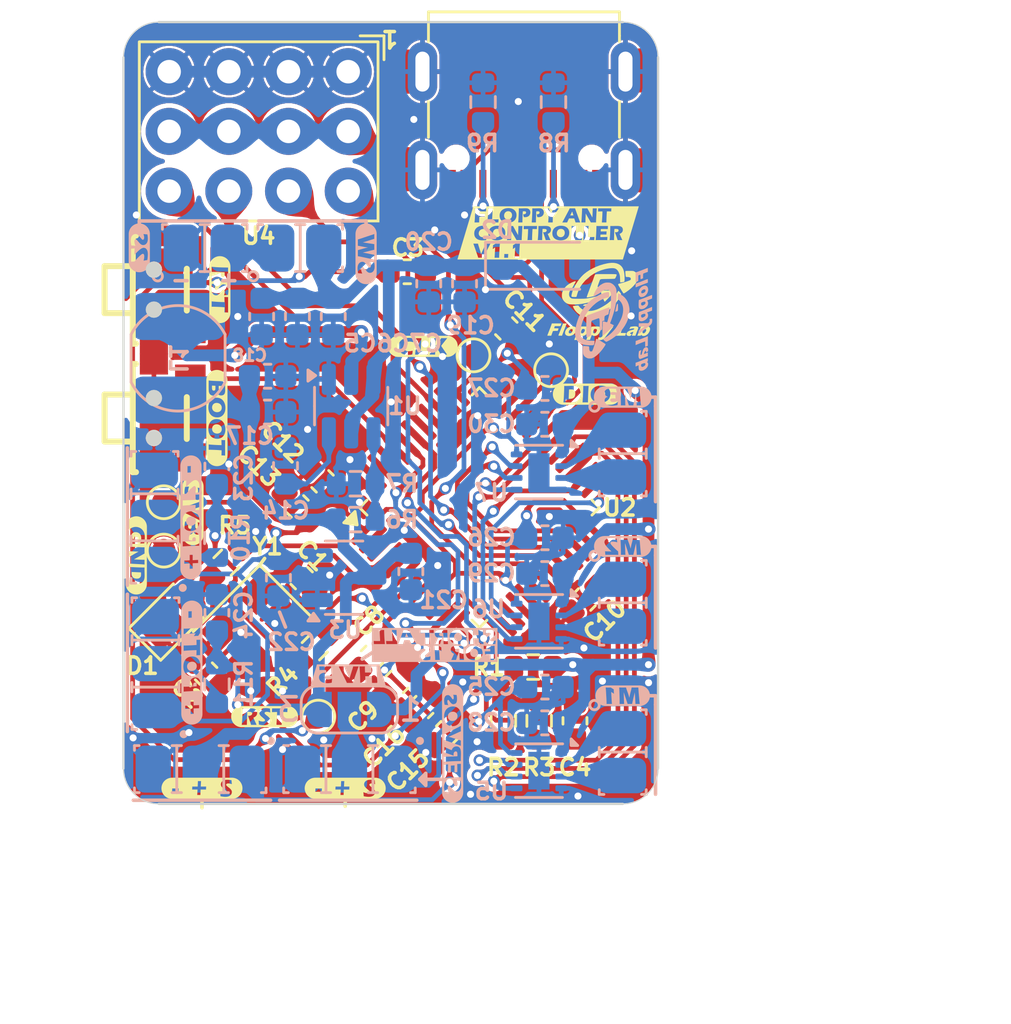
<source format=kicad_pcb>
(kicad_pcb (version 20240108) (generator "pcbnew") (generator_version "8.0")
  (title_block (title "Ant Robot control board") (date "2024-06-27") (rev "1.1"))
  (layers (0 "F.Cu" signal) (31 "B.Cu" signal) (34 "B.Paste" user) (35 "F.Paste" user) (36 "B.SilkS" user "B.Silkscreen") (37 "F.SilkS" user "F.Silkscreen") (38 "B.Mask" user) (39 "F.Mask" user) (44 "Edge.Cuts" user))
  (net 0 "")
  (net 1 "/OSC_IN")
  (net 2 "GND")
  (net 3 "Net-(C2-Pad1)")
  (net 4 "/RESET")
  (net 5 "/VBAT")
  (net 6 "+BATT")
  (net 7 "+3V3")
  (net 8 "Net-(U1-VBST)")
  (net 9 "+5V")
  (net 10 "/ADC2")
  (net 11 "/ADC1")
  (net 12 "Net-(D1-A)")
  (net 13 "/VUSB")
  (net 21 "/BAT_2_SW")
  (net 22 "/CC2")
  (net 23 "Net-(J5-Pin_2)")
  (net 24 "Net-(J6-Pin_2)")
  (net 25 "/SERVO_2_SIG")
  (net 26 "/SERVO_1_SIG")
  (net 27 "Net-(J8-Pin_2)")
  (net 28 "/CC1")
  (net 29 "/M1+")
  (net 30 "/M1-")
  (net 31 "/M2-")
  (net 32 "/M2+")
  (net 33 "/M3-")
  (net 34 "/M3+")
  (net 35 "/SW")
  (net 36 "/OSC_OUT")
  (net 37 "Net-(U2-PC15)")
  (net 38 "/VBAT_DIV")
  (net 39 "/BOOT0")
  (net 40 "Net-(U2-PA13)")
  (net 41 "Net-(U2-PA14)")
  (net 42 "/~{M1_SLEEP}")
  (net 43 "/CH2")
  (net 44 "/M1_PWM")
  (net 45 "/M3_DIR")
  (net 46 "/M1_DIR")
  (net 47 "/CH4")
  (net 48 "/~{M2_SLEEP}")
  (net 49 "/M3_PWM")
  (net 53 "/CH3")
  (net 54 "/M2_PWM")
  (net 57 "/~{M3_SLEEP}")
  (net 60 "/M2_DIR")
  (net 61 "/CH1_PPM")
  (net 62 "/VFB")
  (net 63 "/USB_D-")
  (net 64 "/USB_D+")
  (footprint "Crystal:Crystal_SMD_3225-4Pin_3.2x2.5mm" (layer "F.Cu") (at 142.7988 93.9292 -135)
    (property "Reference" "Y1")
    (property "Value" "TAXM8M4RLBDDT2T")
  )
  (footprint "Resistor_SMD:R_0603_1608Metric" (layer "F.Cu") (at 154.94 97.9678 -90)
    (property "Reference" "R3")
    (property "Value" "10k")
  )
  (footprint "Capacitor_SMD:C_0603_1608Metric" (layer "F.Cu") (at 148.8948 96.3168 -135)
    (property "Reference" "C9")
    (property "Value" "100n")
  )
  (footprint "Resistor_SMD:R_0603_1608Metric" (layer "F.Cu") (at 153.416 97.9678 -90)
    (property "Reference" "R2")
    (property "Value" "5.1k")
  )
  (footprint "kibuzzard-667D9F6F" (layer "F.Cu") (at 146.685 100.838)
    (property "Reference" "kibuzzard-667D9F6F" (hide yes))
    (property "Value" "G***" (hide yes))
  )
  (footprint "Capacitor_SMD:C_0603_1608Metric" (layer "F.Cu") (at 156.464 97.9678 -90)
    (property "Reference" "C4")
    (property "Value" "1u")
  )
  (footprint "kibuzzard-667D9F67" (layer "F.Cu") (at 140.589 100.838)
    (property "Reference" "kibuzzard-667D9F67" (hide yes))
    (property "Value" "G***" (hide yes))
  )
  (footprint "Capacitor_SMD:C_0603_1608Metric" (layer "F.Cu") (at 147.828 95.25 -135)
    (property "Reference" "C8")
    (property "Value" "4.7u")
  )
  (footprint "Capacitor_SMD:C_0603_1608Metric" (layer "F.Cu") (at 144.653 88.8492 135)
    (property "Reference" "C13")
    (property "Value" "100n")
  )
  (footprint "kibuzzard-667D9F0F" (layer "F.Cu") (at 156.972 84.074)
    (property "Reference" "kibuzzard-667D9F0F" (hide yes))
    (property "Value" "G***" (hide yes))
  )
  (footprint "LOGO" (layer "F.Cu") (at 157.607 80.137)
    (property "Reference" "G***" (hide yes))
    (property "Value" "LOGO" (hide yes))
  )
  (footprint "kibuzzard-667D9F1D" (layer "F.Cu") (at 141.224 85.09 -90)
    (property "Reference" "kibuzzard-667D9F1D" (hide yes))
    (property "Value" "G***" (hide yes))
  )
  (footprint "TestPoint:TestPoint_Pad_D1.0mm" (layer "F.Cu") (at 138.9634 88.6714)
    (property "Reference" "TP4" (hide yes))
    (property "Value" "3V3")
  )
  (footprint "TestPoint:TestPoint_Pad_D1.0mm" (layer "F.Cu") (at 138.9634 90.7288)
    (property "Reference" "TP5" (hide yes))
    (property "Value" "GND")
  )
  (footprint "Capacitor_SMD:C_0603_1608Metric" (layer "F.Cu") (at 144.8308 91.8972 -45)
    (property "Reference" "C1")
    (property "Value" "20p")
  )
  (footprint "_My_modules:FS2A 4CH reciever" (layer "F.Cu") (at 146.812 70.358 180)
    (property "Reference" "U4")
    (property "Value" "FS2A 4CH reciever")
  )
  (footprint "Capacitor_SMD:C_0603_1608Metric" (layer "F.Cu") (at 145.7198 87.7824 135)
    (property "Reference" "C12")
    (property "Value" "100n")
  )
  (footprint "Resistor_SMD:R_0603_1608Metric" (layer "F.Cu") (at 145.3896 94.8436 45)
    (property "Reference" "R4")
    (property "Value" "1k")
  )
  (footprint "kibuzzard-667EE2AA" (layer "F.Cu") (at 155.321 77.216)
    (property "Reference" "kibuzzard-667EE2AA" (hide yes))
    (property "Value" "G***" (hide yes))
  )
  (footprint "TestPoint:TestPoint_Pad_D1.0mm" (layer "F.Cu") (at 155.448 83.058)
    (property "Reference" "TP2" (hide yes))
    (property "Value" "SWDIO")
  )
  (footprint "kibuzzard-667D9F56" (layer "F.Cu") (at 143.256 97.79)
    (property "Reference" "kibuzzard-667D9F56" (hide yes))
    (property "Value" "G***" (hide yes))
  )
  (footprint "Capacitor_SMD:C_0603_1608Metric" (layer "F.Cu") (at 140.7668 95.9612 135)
    (property "Reference" "C2")
    (property "Value" "20p")
  )
  (footprint "Resistor_SMD:R_0603_1608Metric" (layer "F.Cu") (at 154.686 95.6818 180)
    (property "Reference" "R1")
    (property "Value" "10k")
  )
  (footprint "Capacitor_SMD:C_0603_1608Metric" (layer "F.Cu") (at 149.9616 97.3836 -135)
    (property "Reference" "C16")
    (property "Value" "100n")
  )
  (footprint "Capacitor_SMD:C_0603_1608Metric" (layer "F.Cu") (at 151.0284 98.4504 -135)
    (property "Reference" "C15")
    (property "Value" "1u")
  )
  (footprint "kibuzzard-667D9F19" (layer "F.Cu") (at 141.351 79.629 -90)
    (property "Reference" "kibuzzard-667D9F19" (hide yes))
    (property "Value" "G***" (hide yes))
  )
  (footprint "_MIA footprint:SW-SMD_TS24CA SMD BUTTO 90deg" (layer "F.Cu") (at 139.319 85.09 90)
    (property "Reference" "SW1" (hide yes))
    (property "Value" "BOOT0")
    (fp_poly (pts (xy 1.2 -0.775) (xy 1.18287 -0.883156) (xy 1.133156 -0.980725) (xy 1.055725 -1.058156) (xy 0.958156 -1.10787) (xy 0.85 -1.125) (xy 0.741844 -1.10787) (xy 0.644275 -1.058156) (xy 0.566844 -0.980725) (xy 0.51713 -0.883156) (xy 0.5 -0.775) (xy 0.51713 -0.666844) (xy 0.566844 -0.569275) (xy 0.644275 -0.491844) (xy 0.741844 -0.44213) (xy 0.85 -0.425) (xy 0.958156 -0.44213) (xy 1.055725 -0.491844) (xy 1.133156 -0.569275) (xy 1.18287 -0.666844)) (fill solid) (layer "Edge.Cuts"))
    (fp_poly (pts (xy -0.5 -0.775) (xy -0.51713 -0.883156) (xy -0.566844 -0.980725) (xy -0.644275 -1.058156) (xy -0.741844 -1.10787) (xy -0.85 -1.125) (xy -0.958156 -1.10787) (xy -1.055725 -1.058156) (xy -1.133156 -0.980725) (xy -1.18287 -0.883156) (xy -1.2 -0.775) (xy -1.18287 -0.666844) (xy -1.133156 -0.569275) (xy -1.055725 -0.491844) (xy -0.958156 -0.44213) (xy -0.85 -0.425) (xy -0.741844 -0.44213) (xy -0.644275 -0.491844) (xy -0.566844 -0.569275) (xy -0.51713 -0.666844)) (fill solid) (layer "Edge.Cuts"))
  )
  (footprint "kibuzzard-667D9F2A" (layer "F.Cu") (at 137.795 90.932 -90)
    (property "Reference" "kibuzzard-667D9F2A" (hide yes))
    (property "Value" "G***" (hide yes))
  )
  (footprint "Capacitor_SMD:C_0603_1608Metric" (layer "F.Cu") (at 156.8704 92.8116 -135)
    (property "Reference" "C10")
    (property "Value" "100n")
  )
  (footprint "_MIA footprint:SW-SMD_TS24CA SMD BUTTO 90deg" (layer "F.Cu") (at 139.319 79.629 90)
    (property "Reference" "SW2" (hide yes))
    (property "Value" "RESET")
    (fp_poly (pts (xy 1.2 -0.775) (xy 1.18287 -0.883156) (xy 1.133156 -0.980725) (xy 1.055725 -1.058156) (xy 0.958156 -1.10787) (xy 0.85 -1.125) (xy 0.741844 -1.10787) (xy 0.644275 -1.058156) (xy 0.566844 -0.980725) (xy 0.51713 -0.883156) (xy 0.5 -0.775) (xy 0.51713 -0.666844) (xy 0.566844 -0.569275) (xy 0.644275 -0.491844) (xy 0.741844 -0.44213) (xy 0.85 -0.425) (xy 0.958156 -0.44213) (xy 1.055725 -0.491844) (xy 1.133156 -0.569275) (xy 1.18287 -0.666844)) (fill solid) (layer "Edge.Cuts"))
    (fp_poly (pts (xy -0.5 -0.775) (xy -0.51713 -0.883156) (xy -0.566844 -0.980725) (xy -0.644275 -1.058156) (xy -0.741844 -1.10787) (xy -0.85 -1.125) (xy -0.958156 -1.10787) (xy -1.055725 -1.058156) (xy -1.133156 -0.980725) (xy -1.18287 -0.883156) (xy -1.2 -0.775) (xy -1.18287 -0.666844) (xy -1.133156 -0.569275) (xy -1.055725 -0.491844) (xy -0.958156 -0.44213) (xy -0.85 -0.425) (xy -0.741844 -0.44213) (xy -0.644275 -0.491844) (xy -0.566844 -0.569275) (xy -0.51713 -0.666844)) (fill solid) (layer "Edge.Cuts"))
  )
  (footprint "Resistor_SMD:R_0603_1608Metric" (layer "F.Cu") (at 141.6304 91.2368 45)
    (property "Reference" "R5")
    (property "Value" "5.1k")
  )
  (footprint "Capacitor_SMD:C_0603_1608Metric" (layer "F.Cu") (at 153.543 81.28 135)
    (property "Reference" "C11")
    (property "Value" "100n")
  )
  (footprint "kibuzzard-667D9F03" (layer "F.Cu") (at 149.987 82.042)
    (property "Reference" "kibuzzard-667D9F03" (hide yes))
    (property "Value" "G***" (hide yes))
  )
  (footprint "TestPoint:TestPoint_Pad_D1.0mm" (layer "F.Cu") (at 152.146 82.423)
    (property "Reference" "TP3" (hide yes))
    (property "Value" "SWCLK")
  )
  (footprint "TestPoint:TestPoint_Pad_D1.0mm" (layer "F.Cu") (at 145.542 97.79)
    (property "Reference" "TP1" (hide yes))
    (property "Value" "RST")
  )
  (footprint "Capacitor_SMD:C_0603_1608Metric" (layer "F.Cu") (at 149.3266 78.867)
    (property "Reference" "C3")
    (property "Value" "100n")
  )
  (footprint "Package_QFP:LQFP-48_7x7mm_P0.5mm" (layer "F.Cu") (at 152.4 88.9 45)
    (property "Reference" "U2")
    (property "Value" "STM32F070CBTx")
  )
  (footprint "_MIA footprint:USB_C_304A-ACP16X" (layer "F.Cu") (at 154.293 70.3555 180)
    (property "Reference" "J4" (hide yes))
    (property "Value" "USB-C_304A-ACP16X")
  )
  (footprint "LED_SMD:LED_0805_2012Metric" (layer "F.Cu") (at 139.3444 93.5228 45)
    (property "Reference" "D1")
    (property "Value" "STATUS")
  )
  (footprint "kibuzzard-667D9F22" (layer "F.Cu") (at 140.208 89.027 -90)
    (property "Reference" "kibuzzard-667D9F22" (hide yes))
    (property "Value" "G***" (hide yes))
  )
  (footprint "_MY_connectors:Pad 02x01" (layer "B.Cu") (at 158.496 85.6045 180)
    (property "Reference" "J11" (hide yes))
    (property "Value" "M3")
  )
  (footprint "Capacitor_SMD:C_0603_1608Metric" (layer "B.Cu") (at 143.383 83.312)
    (property "Reference" "C18")
    (property "Value" "22u")
  )
  (footprint "Capacitor_SMD:C_0603_1608Metric" (layer "B.Cu") (at 149.479 91.6178 -90)
    (property "Reference" "C21")
    (property "Value" "100n")
  )
  (footprint "kibuzzard-667D9FAD" (layer "B.Cu") (at 158.496 90.551 180)
    (property "Reference" "kibuzzard-667D9FAD" (hide yes))
    (property "Value" "G***" (hide yes))
  )
  (footprint "_My_inductors:XRCD43-3R3M" (layer "B.Cu") (at 139.573 82.55 -90)
    (property "Reference" "L1")
    (property "Value" "3.3u")
  )
  (footprint "Jumper:SolderJumper-3_P1.3mm_Open_RoundedPad1.0x1.5mm_NumberLabels" (layer "B.Cu") (at 146.8628 97.4852 180)
    (property "Reference" "JP1" (hide yes))
    (property "Value" "SERVO2 PW")
  )
  (footprint "Capacitor_SMD:C_0603_1608Metric" (layer "B.Cu") (at 143.843 91.882 -90)
    (property "Reference" "C22")
    (property "Value" "1u")
  )
  (footprint "Resistor_SMD:R_0603_1608Metric" (layer "B.Cu") (at 155.5496 71.6534 90)
    (property "Reference" "R8")
    (property "Value" "5.1k")
  )
  (footprint "LOGO" (layer "B.Cu") (at 158.115 81.026 -90)
    (property "Reference" "G***" (hide yes))
    (property "Value" "LOGO" (hide yes))
  )
  (footprint "_MY_connectors:Pad 03x01" (layer "B.Cu") (at 148.865905 100.022096 90)
    (property "Reference" "J8" (hide yes))
    (property "Value" "servo 1 (HV)")
  )
  (footprint "Package_TO_SOT_SMD:SOT-23-3" (layer "B.Cu") (at 146.637 91.882)
    (property "Reference" "U3")
    (property "Value" "XC6206PxxxMR")
  )
  (footprint "_MY_connectors:Pad 02x01" (layer "B.Cu") (at 158.496 91.948 180)
    (property "Reference" "J10" (hide yes))
    (property "Value" "M2")
  )
  (footprint "Capacitor_SMD:C_0603_1608Metric" (layer "B.Cu") (at 150.241 79.375 -90)
    (property "Reference" "C20")
    (property "Value" "100n")
  )
  (footprint "kibuzzard-667D9F97" (layer "B.Cu") (at 150.495 94.742 180)
    (property "Reference" "kibuzzard-667D9F97" (hide yes))
    (property "Value" "G***" (hide yes))
  )
  (footprint "Package_SON:WSON-8-1EP_2x2mm_P0.5mm_EP0.9x1.6mm" (layer "B.Cu") (at 154.9305 87.3875 180)
    (property "Reference" "U7")
    (property "Value" "DRV8838")
  )
  (footprint "Capacitor_SMD:C_0603_1608Metric" (layer "B.Cu") (at 146.177 80.772 -90)
    (property "Reference" "C7")
    (property "Value" "100n")
  )
  (footprint "Resistor_SMD:R_0603_1608Metric" (layer "B.Cu") (at 147.13 87.884 180)
    (property "Reference" "R7")
    (property "Value" "10k")
  )
  (footprint "Resistor_SMD:R_0603_1608Metric" (layer "B.Cu") (at 141.224 96.4184 90)
    (property "Reference" "R11")
    (property "Value" "5.1k")
  )
  (footprint "_MY_connectors:Pad 03x01" (layer "B.Cu") (at 138.610905 97.536)
    (property "Reference" "J6" (hide yes))
    (property "Value" "custom analog 1")
  )
  (footprint "Capacitor_SMD:C_0603_1608Metric" (layer "B.Cu") (at 151.765 79.375 -90)
    (property "Reference" "C19")
    (property "Value" "1u")
  )
  (footprint "_MY_connectors:Pad 03x01" (layer "B.Cu") (at 142.515905 100.022096 90)
    (property "Reference" "J7" (hide yes))
    (property "Value" "servo 2")
  )
  (footprint "kibuzzard-667D9FB5" (layer "B.Cu") (at 158.496 84.201 180)
    (property "Reference" "kibuzzard-667D9FB5" (hide yes))
    (property "Value" "G***" (hide yes))
  )
  (footprint "_MY_connectors:Pad 02x01" (layer "B.Cu") (at 139.7065 77.8605 -90)
    (property "Reference" "J2" (hide yes))
    (property "Value" "2s Battery")
  )
  (footprint "Capacitor_SMD:C_0603_1608Metric" (layer "B.Cu") (at 141.224 87.1474 -90)
    (property "Reference" "C23")
    (property "Value" "1u")
  )
  (footprint "Capacitor_SMD:C_0603_1608Metric" (layer "B.Cu") (at 143.383 84.836)
    (property "Reference" "C17")
    (property "Value" "22u")
  )
  (footprint "kibuzzard-667D9F91" (layer "B.Cu") (at 146.812 96.012 180)
    (property "Reference" "kibuzzard-667D9F91" (hide yes))
    (property "Value" "G***" (hide yes))
  )
  (footprint "Capacitor_SMD:C_0603_1608Metric" (layer "B.Cu") (at 155.1845 98.0555 180)
    (property "Reference" "C28")
    (property "Value" "100n")
  )
  (footprint "Capacitor_SMD:C_0603_1608Metric" (layer "B.Cu") (at 155.1845 90.1815)
    (property "Reference" "C26")
    (property "Value" "100n")
  )
  (footprint "Capacitor_SMD:C_0603_1608Metric" (layer "B.Cu") (at 141.224 93.3704 -90)
    (property "Reference" "C24")
    (property "Value" "1u")
  )
  (footprint "kibuzzard-667D9F8D" (layer "B.Cu") (at 140.16001 95.491195 90)
    (property "Reference" "kibuzzard-667D9F8D" (hide yes))
    (property "Value" "G***" (hide yes))
  )
  (footprint "kibuzzard-667D9F7E" (layer "B.Cu") (at 147.574 78.105 90)
    (property "Reference" "kibuzzard-667D9F7E" (hide yes))
    (property "Value" "G***" (hide yes))
  )
  (footprint "Capacitor_SMD:C_0603_1608Metric" (layer "B.Cu") (at 155.1845 83.8315)
    (property "Reference" "C27")
    (property "Value" "100n")
  )
  (footprint "kibuzzard-667D9FA0" (layer "B.Cu") (at 151.257 98.933 90)
    (property "Reference" "kibuzzard-667D9FA0" (hide yes))
    (property "Value" "G***" (hide yes))
  )
  (footprint "Package_TO_SOT_SMD:SOT-23-6" (layer "B.Cu") (at 146.939 84.582 -90)
    (property "Reference" "U1")
    (property "Value" "TPS563201DDCR")
  )
  (footprint "_MY_connectors:Pad 02x01" (layer "B.Cu") (at 143.7705 77.8605 -90)
    (property "Reference" "J1" (hide yes))
    (property "Value" "B_SW")
  )
  (footprint "Capacitor_SMD:C_0603_1608Metric" (layer "B.Cu") (at 144.145 87.122 90)
    (property "Reference" "C14")
    (property "Value" "100n")
  )
  (footprint "Resistor_SMD:R_0603_1608Metric" (layer "B.Cu") (at 147.13 89.408)
    (property "Reference" "R6")
    (property "Value" "54.9k")
  )
  (footprint "_MY_connectors:Pad 03x01" (layer "B.Cu") (at 138.570905 91.313)
    (property "Reference" "J5" (hide yes))
    (property "Value" "custom analog 2")
  )
  (footprint "Capacitor_SMD:C_0603_1608Metric" (layer "B.Cu") (at 155.1845 96.5315)
    (property "Reference" "C25")
    (property "Value" "100n")
  )
  (footprint "Package_SON:WSON-8-1EP_2x2mm_P0.5mm_EP0.9x1.6mm" (layer "B.Cu") (at 154.9305 100.0875 180)
    (property "Reference" "U5")
    (property "Value" "DRV8838")
  )
  (footprint "Resistor_SMD:R_0603_1608Metric" (layer "B.Cu") (at 141.224 90.1954 90)
    (property "Reference" "R10")
    (property "Value" "5.1k")
  )
  (footprint "Capacitor_SMD:C_0603_1608Metric" (layer "B.Cu") (at 155.1845 85.3555 180)
    (property "Reference" "C30")
    (property "Value" "100n")
  )
  (footprint "_MY_connectors:Pad 02x01" (layer "B.Cu") (at 158.496 98.298 180)
    (property "Reference" "J9" (hide yes))
    (property "Value" "M1")
  )
  (footprint "Capacitor_SMD:C_0603_1608Metric" (layer "B.Cu") (at 143.129 80.772 -90)
    (property "Reference" "C5")
    (property "Value" "22u")
  )
  (footprint "kibuzzard-667D9F87" (layer "B.Cu") (at 140.120297 89.315742 90)
    (property "Reference" "kibuzzard-667D9F87" (hide yes))
    (property "Value" "G***" (hide yes))
  )
  (footprint "Capacitor_SMD:C_0603_1608Metric" (layer "B.Cu") (at 144.653 80.772 -90)
    (property "Reference" "C6")
    (property "Value" "22u")
  )
  (footprint "kibuzzard-667D9FA9" (layer "B.Cu") (at 158.496 96.901 180)
    (property "Reference" "kibuzzard-667D9FA9" (hide yes))
    (property "Value" "G***" (hide yes))
  )
  (footprint "Resistor_SMD:R_0603_1608Metric" (layer "B.Cu") (at 152.5524 71.6534 90)
    (property "Reference" "R9")
    (property "Value" "5.1k")
  )
  (footprint "Capacitor_SMD:C_0603_1608Metric" (layer "B.Cu") (at 155.1845 91.7055 180)
    (property "Reference" "C29")
    (property "Value" "100n")
  )
  (footprint "kibuzzard-667D9F7A" (layer "B.Cu") (at 137.922 77.851 90)
    (property "Reference" "kibuzzard-667D9F7A" (hide yes))
    (property "Value" "G***" (hide yes))
  )
  (footprint "Package_SON:WSON-8-1EP_2x2mm_P0.5mm_EP0.9x1.6mm" (layer "B.Cu") (at 154.9305 93.7375 180)
    (property "Reference" "U6")
    (property "Value" "DRV8838")
  )
  (footprint "Diode_SMD:D_SOD-123" (layer "B.Cu") (at 155.0162 78.613)
    (property "Reference" "D2")
    (property "Value" "SD103AW")
  )
  (gr_line (start 159.479185 90.551) (end 159.893 90.551) (stroke (width 0.15)) (layer "B.SilkS"))
  (gr_line (start 159.893 90.551) (end 159.893 90.932) (stroke (width 0.15)) (layer "B.SilkS"))
  (gr_line (start 146.558 76.708) (end 147.574 76.708) (stroke (width 0.15)) (layer "B.SilkS"))
  (gr_line (start 143.51 101.346) (end 137.668 101.346) (stroke (width 0.15)) (layer "B.SilkS"))
  (gr_line (start 150.114 100.711) (end 149.86 100.457) (stroke (width 0.15)) (layer "B.SilkS"))
  (gr_line (start 144.145 93.98) (end 143.891 93.345) (stroke (width 0.15)) (layer "B.SilkS"))
  (gr_line (start 141.732 79.502) (end 141.732 78.994) (stroke (width 0.15)) (layer "B.SilkS"))
  (gr_line (start 141.478 79.248) (end 141.986 79.248) (stroke (width 0.15)) (layer "B.SilkS"))
  (gr_line (start 159.893 97.282) (end 159.893 101.092) (stroke (width 0.15)) (layer "B.SilkS"))
  (gr_line (start 143.002 76.708) (end 146.558 76.708) (stroke (width 0.15)) (layer "B.SilkS"))
  (gr_line (start 147.574 76.708) (end 147.574 76.861595) (stroke (width 0.15)) (layer "B.SilkS"))
  (gr_line (start 149.733 101.346) (end 143.891 101.346) (stroke (width 0.15)) (layer "B.SilkS"))
  (gr_line (start 150.876 100.457) (end 149.86 100.457) (stroke (width 0.15)) (layer "B.SilkS"))
  (gr_line (start 137.414 92.583) (end 137.414 98.425) (stroke (width 0.15)) (layer "B.SilkS"))
  (gr_line (start 159.469573 96.901) (end 159.893 96.901) (stroke (width 0.15)) (layer "B.SilkS"))
  (gr_line (start 159.893 90.932) (end 159.893 94.869) (stroke (width 0.15)) (layer "B.SilkS"))
  (gr_line (start 149.86 100.457) (end 150.114 100.203) (stroke (width 0.15)) (layer "B.SilkS"))
  (gr_line (start 138.938 76.708) (end 137.922 76.708) (stroke (width 0.15)) (layer "B.SilkS"))
  (gr_line (start 139.446 79.248) (end 139.954 79.248) (stroke (width 0.15)) (layer "B.SilkS"))
  (gr_line (start 148.146164 94.869) (end 147.40796 95.344031) (stroke (width 0.15)) (layer "B.SilkS"))
  (gr_line (start 150.114 100.203) (end 150.114 100.711) (stroke (width 0.15)) (layer "B.SilkS"))
  (gr_line (start 137.414 86.36) (end 137.414 92.202) (stroke (width 0.15)) (layer "B.SilkS"))
  (gr_line (start 159.893 84.201) (end 159.480316 84.201) (stroke (width 0.15)) (layer "B.SilkS"))
  (gr_line (start 138.938 76.708) (end 142.494 76.708) (stroke (width 0.15)) (layer "B.SilkS"))
  (gr_line (start 159.893 84.582) (end 159.893 84.201) (stroke (width 0.15)) (layer "B.SilkS"))
  (gr_line (start 159.893 96.901) (end 159.893 97.282) (stroke (width 0.15)) (layer "B.SilkS"))
  (gr_line (start 159.893 84.582) (end 159.893 88.646) (stroke (width 0.15)) (layer "B.SilkS"))
  (gr_line (start 137.922 76.708) (end 137.922 76.872904) (stroke (width 0.15)) (layer "B.SilkS"))
  (gr_line (start 146.685 101.473) (end 146.685 101.6) (stroke (width 0.15)) (layer "F.SilkS"))
  (gr_line (start 140.589 101.2825) (end 140.589 101.6635) (stroke (width 0.15)) (layer "F.SilkS"))
  (gr_line (start 146.685 101.219) (end 146.685 101.473) (stroke (width 0.15)) (layer "F.SilkS"))
  (gr_line (start 143.256 91.059) (end 143.046287 91.34826) (stroke (width 0.15)) (layer "F.SilkS"))
  (gr_arc (start 137.25 69.75) (mid 137.68934 68.68934) (end 138.75 68.25) (stroke (width 0.05)) (layer "Edge.Cuts"))
  (gr_line (start 138.75 68.25) (end 158.5 68.25) (stroke (width 0.1)) (layer "Edge.Cuts"))
  (gr_arc (start 138.75 101.5) (mid 137.68934 101.06066) (end 137.25 100) (stroke (width 0.05)) (layer "Edge.Cuts"))
  (gr_line (start 160 69.75) (end 160 100) (stroke (width 0.1)) (layer "Edge.Cuts"))
  (gr_arc (start 158.5 68.25) (mid 159.56066 68.68934) (end 160 69.75) (stroke (width 0.05)) (layer "Edge.Cuts"))
  (gr_line (start 137.25 100) (end 137.25 69.75) (stroke (width 0.1)) (layer "Edge.Cuts"))
  (gr_line (start 158.5 101.5) (end 138.75 101.5) (stroke (width 0.1)) (layer "Edge.Cuts"))
  (gr_arc (start 160 100) (mid 159.56066 101.06066) (end 158.5 101.5) (stroke (width 0.05)) (layer "Edge.Cuts"))
  (segment (start 148.926338 91.313002) (end 148.43193 91.80741) (width 0.2) (layer "F.Cu") (net 1))
  (segment (start 146.2024 90.932) (end 144.699984 90.932) (width 0.2) (layer "F.Cu") (net 1))
  (segment (start 144.699984 90.932) (end 144.282792 91.349192) (width 0.2) (layer "F.Cu") (net 1))
  (segment (start 147.07781 91.80741) (end 146.2024 90.932) (width 0.2) (layer "F.Cu") (net 1))
  (segment (start 144.176727 91.349192) (end 142.975577 92.550342) (width 0.2) (layer "F.Cu") (net 1))
  (segment (start 144.282792 91.349192) (end 144.176727 91.349192) (width 0.2) (layer "F.Cu") (net 1))
  (segment (start 148.43193 91.80741) (end 147.07781 91.80741) (width 0.2) (layer "F.Cu") (net 1))
  (segment (start 152.3404 84.9718) (end 152.3238 84.9884) (width 0.2) (layer "F.Cu") (net 2))
  (segment (start 153.752342 84.365678) (end 153.14622 84.9718) (width 0.2) (layer "F.Cu") (net 2))
  (segment (start 153.14622 84.9718) (end 152.3404 84.9718) (width 0.2) (layer "F.Cu") (net 2))
  (via (at 152.3238 84.9884) (size 0.5) (drill 0.3) (layers "F.Cu" "B.Cu") (net 2))
  (via (at 145.0848 85.5726) (size 0.5) (drill 0.3) (layers "F.Cu" "B.Cu") (net 2))
  (via (at 158.8516 80.7466) (size 0.5) (drill 0.3) (layers "F.Cu" "B.Cu") (net 2))
  (via (at 151.765 76.454) (size 0.5) (drill 0.3) (layers "F.Cu" "B.Cu") (net 2))
  (via (at 142.243069 94.202087) (size 0.5) (drill 0.3) (layers "F.Cu" "B.Cu") (net 2))
  (via (at 150.622 91.3638) (size 0.5) (drill 0.3) (layers "F.Cu" "B.Cu") (net 2))
  (via (at 150.8252 82.4738) (size 0.5) (drill 0.3) (layers "F.Cu" "B.Cu") (net 2))
  (via (at 142.113 80.772) (size 0.5) (drill 0.3) (layers "F.Cu" "B.Cu") (net 2))
  (via (at 137.658871 98.69256) (size 0.5) (drill 0.3) (layers "F.Cu" "B.Cu") (net 2))
  (via (at 145.7706 98.7806) (size 0.5) (drill 0.3) (layers "F.Cu" "B.Cu") (net 2))
  (via (at 156.845 94.869) (size 0.5) (drill 0.3) (layers "F.Cu" "B.Cu") (net 2))
  (via (at 156.591 101.1682) (size 0.5) (drill 0.3) (layers "F.Cu" "B.Cu") (net 2))
  (via (at 155.3718 89.281) (size 0.5) (drill 0.3) (layers "F.Cu" "B.Cu") (net 2))
  (via (at 159.595531 96.346127) (size 0.5) (drill 0.3) (layers "F.Cu" "B.Cu") (net 2))
  (via (at 150.114 99.314) (size 0.5) (drill 0.3) (layers "F.Cu" "B.Cu") (net 2))
  (via (at 148.6408 84.4042) (size 0.5) (drill 0.3) (layers "F.Cu" "B.Cu") (net 2))
  (via (at 155.3718 81.9404) (size 0.5) (drill 0.3) (layers "F.Cu" "B.Cu") (net 2))
  (via (at 144.018 99.187) (size 0.5) (drill 0.3) (layers "F.Cu" "B.Cu") (net 2))
  (via (at 152.2984 98.8568) (size 0.5) (drill 0.3) (layers "F.Cu" "B.Cu") (net 2))
  (via (at 147.291823 88.6714) (size 0.5) (drill 0.3) (layers "F.Cu" "B.Cu") (net 2))
  (via (at 154.051 71.628) (size 0.5) (drill 0.3) (layers "F.Cu" "B.Cu") (net 2))
  (via (at 152.019 101.092) (size 0.5) (drill 0.3) (layers "F.Cu" "B.Cu") (net 2))
  (via (at 137.795 76.454) (size 0.5) (drill 0.3) (layers "F.Cu" "B.Cu") (net 2))
  (via (at 150.495 77.089) (size 0.5) (drill 0.3) (layers "F.Cu" "B.Cu") (net 2))
  (via (at 140.035328 98.467569) (size 0.5) (drill 0.3) (layers "F.Cu" "B.Cu") (net 2))
  (via (at 152.654 79.629) (size 0.5) (drill 0.3) (layers "F.Cu" "B.Cu") (net 2))
  (via (at 143.6878 93.8276) (size 0.5) (drill 0.3) (layers "F.Cu" "B.Cu") (net 2))
  (via (at 146.887439 86.859068) (size 0.5) (drill 0.3) (layers "F.Cu" "B.Cu") (net 2))
  (via (at 146.0246 91.7702) (size 0.5) (drill 0.3) (layers "F.Cu" "B.Cu") (net 2))
  (via (at 142.663 96.696504) (size 0.5) (drill 0.3) (layers "F.Cu" "B.Cu") (net 2))
  (via (at 142.875 89.916) (size 0.5) (drill 0.3) (layers "F.Cu" "B.Cu") (net 2))
  (via (at 157.6324 96.279356) (size 0.5) (drill 0.3) (layers "F.Cu" "B.Cu") (net 2))
  (via (at 144.018 96.6978) (size 0.5) (drill 0.3) (layers "F.Cu" "B.Cu") (net 2))
  (via (at 158.877 77.978) (size 0.5) (drill 0.3) (layers "F.Cu" "B.Cu") (net 2))
  (via (at 149.1996 89.8652) (size 0.5) (drill 0.3) (layers "F.Cu" "B.Cu") (net 2))
  (via (at 141.732 87.0458) (size 0.5) (drill 0.3) (layers "F.Cu" "B.Cu") (net 2))
  (via (at 149.606 72.39) (size 0.5) (drill 0.3) (layers "F.Cu" "B.Cu") (net 2))
  (via (at 151.6888 96.3168) (size 0.5) (drill 0.3) (layers "F.Cu" "B.Cu") (net 2))
  (via (at 147.828 98.7298) (size 0.5) (drill 0.3) (layers "F.Cu" "B.Cu") (net 2))
  (segment (start 154.4355 91.7055) (end 155.9595 90.1815) (width 0.5) (layer "B.Cu") (net 2))
  (segment (start 154.4355 85.3555) (end 155.9595 83.8315) (width 0.5) (layer "B.Cu") (net 2))
  (segment (start 154.4095 91.7055) (end 154.4355 91.7055) (width 0.5) (layer "B.Cu") (net 2))
  (segment (start 146.812 70.358) (end 144.272 70.358) (width 0.5) (layer "B.Cu") (net 2))
  (segment (start 139.192 70.358) (end 141.732 70.358) (width 0.5) (layer "B.Cu") (net 2))
  (segment (start 154.4095 85.3555) (end 154.4355 85.3555) (width 0.5) (layer "B.Cu") (net 2))
  (segment (start 141.732 70.358) (end 144.272 70.358) (width 0.5) (layer "B.Cu") (net 2))
  (segment (start 154.4355 98.0555) (end 155.9595 96.5315) (width 0.5) (layer "B.Cu") (net 2))
  (segment (start 154.4095 98.0555) (end 154.4355 98.0555) (width 0.5) (layer "B.Cu") (net 2))
  (segment (start 144.806237 95.426963) (end 144.4498 95.7834) (width 0.2) (layer "F.Cu") (net 3))
  (segment (start 141.420873 96.509208) (end 142.622023 95.308058) (width 0.2) (layer "F.Cu") (net 3))
  (segment (start 143.097365 95.7834) (end 142.622023 95.308058) (width 0.2) (layer "F.Cu") (net 3))
  (segment (start 141.314808 96.509208) (end 141.420873 96.509208) (width 0.2) (layer "F.Cu") (net 3))
  (segment (start 144.4498 95.7834) (end 143.097365 95.7834) (width 0.2) (layer "F.Cu") (net 3))
  (segment (start 144.859889 98.382326) (end 145.452215 97.79) (width 0.2) (layer "F.Cu") (net 4))
  (segment (start 142.3924 99.6188) (end 139.3952 99.6188) (width 0.2) (layer "F.Cu") (net 4))
  (segment (start 143.2941 98.7171) (end 142.3924 99.6188) (width 0.2) (layer "F.Cu") (net 4))
  (segment (start 148.5516 78.867) (end 146.775 78.867) (width 0.2) (layer "F.Cu") (net 4))
  (segment (start 137.637987 97.861587) (end 137.637987 80.294013) (width 0.2) (layer "F.Cu") (net 4))
  (segment (start 137.637987 80.294013) (end 138.600991 79.331009) (width 0.2) (layer "F.Cu") (net 4))
  (segment (start 145.542 97.79) (end 145.542 96.111554) (width 0.2) (layer "F.Cu") (net 4))
  (segment (start 144.7292 79.0702) (end 144.9832 79.0702) (width 0.2) (layer "F.Cu") (net 4))
  (segment (start 144.9832 79.0702) (end 145.1864 78.867) (width 0.2) (layer "F.Cu") (net 4))
  (segment (start 145.1864 78.867) (end 146.775 78.867) (width 0.2) (layer "F.Cu") (net 4))
  (segment (start 138.600991 79.331009) (end 140.081 79.331009) (width 0.2) (layer "F.Cu") (net 4))
  (segment (start 139.3952 99.6188) (end 137.637987 97.861587) (width 0.2) (layer "F.Cu") (net 4))
  (segment (start 140.081 79.331009) (end 141.228757 79.331009) (width 0.2) (layer "F.Cu") (net 4))
  (segment (start 145.542 96.111554) (end 149.633445 92.020109) (width 0.2) (layer "F.Cu") (net 4))
  (segment (start 145.452215 97.79) (end 145.542 97.79) (width 0.2) (layer "F.Cu") (net 4))
  (segment (start 140.094 77.954) (end 140.094 79.318009) (width 0.2) (layer "F.Cu") (net 4))
  (segment (start 140.094 79.318009) (end 140.081 79.331009) (width 0.2) (layer "F.Cu") (net 4))
  (via (at 144.7292 79.0702) (size 0.5) (drill 0.3) (layers "F.Cu" "B.Cu") (net 4))
  (via (at 144.859889 98.382326) (size 0.5) (drill 0.3) (layers "F.Cu" "B.Cu") (net 4))
  (via (at 141.228757 79.331009) (size 0.5) (drill 0.3) (layers "F.Cu" "B.Cu") (net 4))
  (via (at 143.2941 98.7171) (size 0.5) (drill 0.3) (layers "F.Cu" "B.Cu") (net 4))
  (segment (start 142.571295 79.331009) (end 142.655304 79.247) (width 0.2) (layer "B.Cu") (net 4))
  (segment (start 144.5524 79.247) (end 144.7292 79.0702) (width 0.2) (layer "B.Cu") (net 4))
  (segment (start 141.228757 79.331009) (end 142.571295 79.331009) (width 0.2) (layer "B.Cu") (net 4))
  (segment (start 143.2941 98.7171) (end 143.628874 98.382326) (width 0.2) (layer "B.Cu") (net 4))
  (segment (start 143.628874 98.382326) (end 144.859889 98.382326) (width 0.2) (layer "B.Cu") (net 4))
  (segment (start 142.655304 79.247) (end 144.5524 79.247) (width 0.2) (layer "B.Cu") (net 4))
  (segment (start 156.464 98.7428) (end 154.99 98.7428) (width 0.2) (layer "F.Cu") (net 5))
  (segment (start 152.691 96.750862) (end 152.691 97.534738) (width 0.2) (layer "F.Cu") (net 5))
  (segment (start 154.0896 97.9424) (end 154.94 98.7928) (width 0.2) (layer "F.Cu") (net 5))
  (segment (start 152.691 97.534738) (end 153.098662 97.9424) (width 0.2) (layer "F.Cu") (net 5))
  (segment (start 153.1112 96.330662) (end 152.691 96.750862) (width 0.2) (layer "F.Cu") (net 5))
  (segment (start 154.99 98.7428) (end 154.94 98.7928) (width 0.2) (layer "F.Cu") (net 5))
  (segment (start 153.098662 97.9424) (end 154.0896 97.9424) (width 0.2) (layer "F.Cu") (net 5))
  (segment (start 150.694105 93.080769) (end 151.293474 92.4814) (width 0.2) (layer "F.Cu") (net 5))
  (segment (start 151.526626 92.4814) (end 153.1112 94.065974) (width 0.2) (layer "F.Cu") (net 5))
  (segment (start 151.293474 92.4814) (end 151.526626 92.4814) (width 0.2) (layer "F.Cu") (net 5))
  (segment (start 153.1112 94.065974) (end 153.1112 96.330662) (width 0.2) (layer "F.Cu") (net 5))
  (segment (start 159.5928 95.579356) (end 159.5928 84.485) (width 0.5) (layer "F.Cu") (net 6))
  (segment (start 155.511 95.6818) (end 156.268364 95.6818) (width 0.2) (layer "F.Cu") (net 6))
  (segment (start 159.5928 84.485) (end 159.0294 83.9216) (width 0.5) (layer "F.Cu") (net 6))
  (segment (start 156.268364 95.6818) (end 156.370808 95.579356) (width 0.2) (layer "F.Cu") (net 6))
  (via (at 159.5928 89.8144) (size 0.6) (drill 0.3) (layers "F.Cu" "B.Cu") (net 6))
  (via (at 159.0294 83.9216) (size 0.6) (drill 0.3) (layers "F.Cu" "B.Cu") (net 6))
  (via (at 156.370808 95.579356) (size 0.6) (drill 0.3) (layers "F.Cu" "B.Cu") (net 6))
  (via (at 159.5928 95.579356) (size 0.6) (drill 0.3) (layers "F.Cu" "B.Cu") (net 6))
  (segment (start 149.1996 97.4852) (end 149.7188 96.966) (width 0.5) (layer "B.Cu") (net 6))
  (segment (start 158.2674 83.1596) (end 159.0294 83.9216) (width 0.5) (layer "B.Cu") (net 6))
  (segment (start 157.226 95.579356) (end 156.370808 95.579356) (width 0.5) (layer "B.Cu") (net 6))
  (segment (start 150.501001 95.218599) (end 151.127144 95.218599) (width 0.5) (layer "B.Cu") (net 6))
  (segment (start 153.3662 78.613) (end 151.778 78.613) (width 0.5) (layer "B.Cu") (net 6))
  (segment (start 150.241 78.6) (end 151.765 78.6) (width 0.5) (layer "B.Cu") (net 6))
  (segment (start 154.1526 78.613) (end 153.3662 78.613) (width 0.5) (layer "B.Cu") (net 6))
  (segment (start 147.889 82.782001) (end 148.5392 82.131801) (width 0.5) (layer "B.Cu") (net 6))
  (segment (start 156.8595 97.1555) (end 156.8595 95.8741) (width 0.5) (layer "B.Cu") (net 6))
  (segment (start 148.5392 78.6508) (end 148.4884 78.6) (width 0.5) (layer "B.Cu") (net 6))
  (segment (start 157.0482 83.1596) (end 158.2674 83.1596) (width 0.5) (layer "B.Cu") (net 6))
  (segment (start 149.7188 96.0008) (end 150.501001 95.218599) (width 0.5) (layer "B.Cu") (net 6))
  (segment (start 148.4884 78.6) (end 150.241 78.6) (width 0.5) (layer "B.Cu") (net 6))
  (segment (start 143.129 79.997) (end 144.653 79.997) (width 0.5) (layer "B.Cu") (net 6))
  (segment (start 155.9595 98.0555) (end 155.9595 99.1835) (width 0.5) (layer "B.Cu") (net 6))
  (segment (start 157.0482 81.5086) (end 154.1526 78.613) (width 0.5) (layer "B.Cu") (net 6))
  (segment (start 156.564756 95.579356) (end 156.370808 95.579356) (width 0.5) (layer "B.Cu") (net 6))
  (segment (start 147.889 84.14) (end 146.939 85.09) (width 0.5) (layer "B.Cu") (net 6))
  (segment (start 157.0482 84.4042) (end 157.0482 83.1596) (width 0.5) (layer "B.Cu") (net 6))
  (segment (start 155.9595 91.7055) (end 155.9595 92.8335) (width 0.5) (layer "B.Cu") (net 6))
  (segment (start 155.9595 85.3555) (end 156.0969 85.3555) (width 0.5) (layer "B.Cu") (net 6))
  (segment (start 157.0482 83.1596) (end 157.0482 81.5086) (width 0.5) (layer "B.Cu") (net 6))
  (segment (start 148.1204 78.6) (end 148.4884 78.6) (width 0.5) (layer "B.Cu") (net 6))
  (segment (start 159.5928 95.579356) (end 157.226 95.579356) (width 0.5) (layer "B.Cu") (net 6))
  (segment (start 147.889 83.4445) (end 147.889 82.782001) (width 0.5) (layer "B.Cu") (net 6))
  (segment (start 157.8506 89.8144) (end 155.9595 91.7055) (width 0.5) (layer "B.Cu") (net 6))
  (segment (start 151.487901 95.579356) (end 156.370808 95.579356) (width 0.5) (layer "B.Cu") (net 6))
  (segment (start 145.7705 79.5905) (end 146.177 79.997) (width 0.5) (layer "B.Cu") (net 6))
  (segment (start 159.5928 89.8144) (end 157.8506 89.8144) (width 0.5) (layer "B.Cu") (net 6))
  (segment (start 155.9595 99.1835) (end 155.8805 99.2625) (width 0.5) (layer "B.Cu") (net 6))
  (segment (start 148.1628 97.4852) (end 149.1996 97.4852) (width 0.5) (layer "B.Cu") (net 6))
  (segment (start 155.9595 98.0555) (end 156.8595 97.1555) (width 0.5) (layer "B.Cu") (net 6))
  (segment (start 147.889 83.4445) (end 147.889 84.14) (width 0.5) (layer "B.Cu") (net 6))
  (segment (start 155.9595 86.4835) (end 155.8805 86.5625) (width 0.5) (layer "B.Cu") (net 6))
  (segment (start 151.778 78.613) (end 151.765 78.6) (width 0.5) (layer "B.Cu") (net 6))
  (segment (start 146.7234 79.997) (end 148.1204 78.6) (width 0.5) (layer "B.Cu") (net 6))
  (segment (start 148.5392 82.131801) (end 148.5392 78.6508) (width 0.5) (layer "B.Cu") (net 6))
  (segment (start 149.7188 96.966) (end 149.7188 96.0008) (width 0.5) (layer "B.Cu") (net 6))
  (segment (start 156.8595 95.8741) (end 156.931256 95.8741) (width 0.5) (layer "B.Cu") (net 6))
  (segment (start 156.0969 85.3555) (end 157.0482 84.4042) (width 0.5) (layer "B.Cu") (net 6))
  (segment (start 156.8595 95.8741) (end 156.564756 95.579356) (width 0.5) (layer "B.Cu") (net 6))
  (segment (start 146.177 79.997) (end 144.653 79.997) (width 0.5) (layer "B.Cu") (net 6))
  (segment (start 156.931256 95.8741) (end 157.226 95.579356) (width 0.5) (layer "B.Cu") (net 6))
  (segment (start 151.127144 95.218599) (end 151.487901 95.579356) (width 0.5) (layer "B.Cu") (net 6))
  (segment (start 155.9595 92.8335) (end 155.8805 92.9125) (width 0.5) (layer "B.Cu") (net 6))
  (segment (start 146.939 85.09) (end 146.939 85.7195) (width 0.5) (layer "B.Cu") (net 6))
  (segment (start 155.9595 85.3555) (end 155.9595 86.4835) (width 0.5) (layer "B.Cu") (net 6))
  (segment (start 146.177 79.997) (end 146.7234 79.997) (width 0.5) (layer "B.Cu") (net 6))
  (segment (start 145.7705 77.8605) (end 145.7705 79.5905) (width 0.5) (layer "B.Cu") (net 6))
  (segment (start 152.7302 85.5218) (end 152.9842 85.5218) (width 0.2) (layer "F.Cu") (net 7))
  (segment (start 149.968 88.8682) (end 149.968 88.284) (width 0.2) (layer "F.Cu") (net 7))
  (segment (start 147.291936 88.1214) (end 147.095154 88.1214) (width 0.2) (layer "F.Cu") (net 7))
  (segment (start 143.7386 89.9756) (end 143.7474 89.9668) (width 0.2) (layer "F.Cu") (net 7))
  (segment (start 153.035 83.648336) (end 153.398788 84.012124) (width 0.2) (layer "F.Cu") (net 7))
  (segment (start 154.794 88.5888) (end 155.977888 88.5888) (width 0.2) (layer "F.Cu") (net 7))
  (segment (start 140.081 88.6714) (end 142.4344 88.6714) (width 0.2) (layer "F.Cu") (net 7))
  (segment (start 148.7678 88.9762) (end 149.037264 89.245664) (width 0.2) (layer "F.Cu") (net 7))
  (segment (start 149.796143 93.271623) (end 150.340551 92.727215) (width 0.2) (layer "F.Cu") (net 7))
  (segment (start 150.622 76.327) (end 152.4 78.105) (width 0.2) (layer "F.Cu") (net 7))
  (segment (start 148.434712 88.9762) (end 148.7678 88.9762) (width 0.2) (layer "F.Cu") (net 7))
  (segment (start 147.512124 89.898788) (end 148.434712 88.9762) (width 0.2) (layer "F.Cu") (net 7))
  (segment (start 148.209 75.692) (end 148.844 76.327) (width 0.2) (layer "F.Cu") (net 7))
  (segment (start 153.583008 82.336008) (end 154.091008 81.828008) (width 0.2) (layer "F.Cu") (net 7))
  (segment (start 151.576408 97.902392) (end 150.509608 96.835592) (width 0.2) (layer "F.Cu") (net 7))
  (segment (start 148.844 76.327) (end 150.622 76.327) (width 0.2) (layer "F.Cu") (net 7))
  (segment (start 146.894133 87.920379) (end 146.677837 87.920379) (width 0.2) (layer "F.Cu") (net 7))
  (segment (start 145.201008 89.397208) (end 146.267808 88.330408) (width 0.2) (layer "F.Cu") (net 7))
  (segment (start 157.861 91.821) (end 157.418408 92.263592) (width 0.2) (layer "F.Cu") (net 7))
  (segment (start 146.677837 87.920379) (end 146.267808 88.330408) (width 0.2) (layer "F.Cu") (net 7))
  (segment (start 147.512124 87.901212) (end 147.291936 88.1214) (width 0.2) (layer "F.Cu") (net 7))
  (segment (start 151.668694 97.994678) (end 151.576408 97.902392) (width 0.2) (layer "F.Cu") (net 7))
  (segment (start 143.7474 89.9668) (end 144.631416 89.9668) (width 0.2) (layer "F.Cu") (net 7))
  (segment (start 142.4344 88.6714) (end 143.7386 89.9756) (width 0.2) (layer "F.Cu") (net 7))
  (segment (start 148.209 74.295) (end 148.209 75.692) (width 0.2) (layer "F.Cu") (net 7))
  (segment (start 157.861 90.471912) (end 157.861 91.821) (width 0.2) (layer "F.Cu") (net 7))
  (segment (start 151.373766 91.208052) (end 149.411378 89.245664) (width 0.2) (layer "F.Cu") (net 7))
  (segment (start 148.376008 93.843232) (end 148.947617 93.271623) (width 0.2) (layer "F.Cu") (net 7))
  (segment (start 152.4 78.105) (end 152.4 78.488938) (width 0.2) (layer "F.Cu") (net 7))
  (segment (start 154.4066 89.24601) (end 154.4066 88.9762) (width 0.2) (layer "F.Cu") (net 7))
  (segment (start 150.509608 96.835592) (end 149.442808 95.768792) (width 0.2) (layer "F.Cu") (net 7))
  (segment (start 148.947617 93.271623) (end 149.796143 93.271623) (width 0.2) (layer "F.Cu") (net 7))
  (segment (start 148.376008 94.701992) (end 148.376008 93.843232) (width 0.2) (layer "F.Cu") (net 7))
  (segment (start 146.335536 88.7222) (end 147.512124 89.898788) (width 0.2) (layer "F.Cu") (net 7))
  (segment (start 153.583008 82.336008) (end 153.035 82.884016) (width 0.2) (layer "F.Cu") (net 7))
  (segment (start 155.977888 88.5888) (end 157.287876 89.898788) (width 0.2) (layer "F.Cu") (net 7))
  (segment (start 153.035 82.884016) (end 153.035 83.648336) (width 0.2) (layer "F.Cu") (net 7))
  (segment (start 151.373766 91.694) (end 150.340551 92.727215) (width 0.2) (layer "F.Cu") (net 7))
  (segment (start 154.091008 80.179946) (end 154.091008 81.828008) (width 0.2) (layer "F.Cu") (net 7))
  (segment (start 138.9634 88.6714) (end 140.081 88.6714) (width 0.2) (layer "F.Cu") (net 7))
  (segment (start 140.094 88.6584) (end 140.081 88.6714) (width 0.2) (layer "F.Cu") (net 7))
  (segment (start 153.50982 91.994634) (end 153.209186 91.694) (width 0.2) (layer "F.Cu") (net 7))
  (segment (start 152.4 78.488938) (end 154.091008 80.179946) (width 0.2) (layer "F.Cu") (net 7))
  (segment (start 151.373766 91.694) (end 151.373766 91.208052) (width 0.2) (layer "F.Cu") (net 7))
  (segment (start 148.376008 94.701992) (end 149.442808 95.768792) (width 0.2) (layer "F.Cu") (net 7))
  (segment (start 149.590536 89.245664) (end 149.968 88.8682) (width 0.2) (layer "F.Cu") (net 7))
  (segment (start 140.094 86.765) (end 140.094 88.6584) (width 0.2) (layer "F.Cu") (net 7))
  (segment (start 152.373122 97.994678) (end 151.668694 97.994678) (width 0.2) (layer "F.Cu") (net 7))
  (segment (start 145.201008 89.397208) (end 145.876016 88.7222) (width 0.2) (layer "F.Cu") (net 7))
  (segment (start 149.968 88.284) (end 152.7302 85.5218) (width 0.2) (layer "F.Cu") (net 7))
  (segment (start 149.037264 89.245664) (end 149.590536 89.245664) (width 0.2) (layer "F.Cu") (net 7))
  (segment (start 154.4066 88.9762) (end 154.794 88.5888) (width 0.2) (layer "F.Cu") (net 7))
  (segment (start 146.812 72.898) (end 148.209 74.295) (width 0.2) (layer "F.Cu") (net 7))
  (segment (start 147.095154 88.1214) (end 146.894133 87.920379) (width 0.2) (layer "F.Cu") (net 7))
  (segment (start 144.631416 89.9668) (end 145.201008 89.397208) (width 0.2) (layer "F.Cu") (net 7))
  (segment (start 153.209186 91.694) (end 151.373766 91.694) (width 0.2) (layer "F.Cu") (net 7))
  (segment (start 157.287876 89.898788) (end 157.861 90.471912) (width 0.2) (layer "F.Cu") (net 7))
  (via (at 152.9842 85.5218) (size 0.5) (drill 0.3) (layers "F.Cu" "B.Cu") (net 7))
  (via (at 152.373122 97.994678) (size 0.5) (drill 0.3) (layers "F.Cu" "B.Cu") (net 7))
  (via (at 154.4066 89.24601) (size 0.5) (drill 0.3) (layers "F.Cu" "B.Cu") (net 7))
  (via (at 143.7386 89.9756) (size 0.5) (drill 0.3) (layers "F.Cu" "B.Cu") (net 7))
  (via (at 153.50982 91.994634) (size 0.5) (drill 0.3) (layers "F.Cu" "B.Cu") (net 7))
  (via (at 153.583008 82.336008) (size 0.5) (drill 0.3) (layers "F.Cu" "B.Cu") (net 7))
  (segment (start 154.4225 96.5315) (end 153.8005 96.5315) (width 0.2) (layer "B.Cu") (net 7))
  (segment (start 153.289 97.409) (end 153.106 97.226) (width 0.2) (layer "B.Cu") (net 7))
  (segment (start 143.7386 89.9756) (end 143.7386 91.0026) (width 0.2) (layer "B.Cu") (net 7))
  (segment (start 142.2566 97.9766) (end 143.383 96.8502) (width 0.2) (layer "B.Cu") (net 7))
  (segment (start 154.4066 89.24601) (end 154.4095 89.24891) (width 0.2) (layer "B.Cu") (net 7))
  (segment (start 153.5938 92.113496) (end 153.9805 92.500196) (width 0.2) (layer "B.Cu") (net 7))
  (segment (start 153.106 97.226) (end 153.2925 97.0395) (width 0.2) (layer "B.Cu") (net 7))
  (segment (start 142.7528 91.107) (end 143.843 91.107) (width 0.2) (layer "B.Cu") (net 7))
  (segment (start 153.335118 85.872718) (end 153.639918 85.872718) (width 0.2) (layer "B.Cu") (net 7))
  (segment (start 153.5938 91.313) (end 153.5938 92.113496) (width 0.2) (layer "B.Cu") (net 7))
  (segment (start 152.373122 97.994678) (end 152.373122 97.958878) (width 0.2) (layer "B.Cu") (net 7))
  (segment (start 153.5938 90.3882) (end 153.5938 91.313) (width 0.2) (layer "B.Cu") (net 7))
  (segment (start 139.954 97.536) (end 140.3946 97.9766) (width 0.2) (layer "B.Cu") (net 7))
  (segment (start 154.4095 83.1625) (end 154.4095 83.8315) (width 0.2) (layer "B.Cu") (net 7))
  (segment (start 153.6446 84.0486) (end 153.6446 85.8774) (width 0.2) (layer "B.Cu") (net 7))
  (segment (start 152.373122 97.958878) (end 153.106 97.226) (width 0.2) (layer "B.Cu") (net 7))
  (segment (start 140.3614 91.7204) (end 141.86 91.7204) (width 0.2) (layer "B.Cu") (net 7))
  (segment (start 142.1394 91.7204) (end 141.86 91.7204) (width 0.2) (layer "B.Cu") (net 7))
  (segment (start 146.812 72.898) (end 144.272 72.898) (width 0.2) (layer "B.Cu") (net 7))
  (segment (start 154.4095 83.8315) (end 153.8617 83.8315) (width 0.2) (layer "B.Cu") (net 7))
  (segment (start 138.610905 97.536) (end 139.954 97.536) (width 0.2) (layer "B.Cu") (net 7))
  (segment (start 152.9842 85.5218) (end 153.335118 85.872718) (width 0.2) (layer "B.Cu") (net 7))
  (segment (start 140.3946 97.9766) (end 142.2566 97.9766) (width 0.2) (layer "B.Cu") (net 7))
  (segment (start 143.383 96.8502) (end 143.383 94.300618) (width 0.2) (layer "B.Cu") (net 7))
  (segment (start 153.8005 90.1815) (end 153.5938 90.3882) (width 0.2) (layer "B.Cu") (net 7))
  (segment (start 141.732 72.898) (end 144.272 72.898) (width 0.2) (layer "B.Cu") (net 7))
  (segment (start 153.5938 91.313) (end 153.5938 91.910654) (width 0.2) (layer "B.Cu") (net 7))
  (segment (start 153.8617 83.8315) (end 153.6446 84.0486) (width 0.2) (layer "B.Cu") (net 7))
  (segment (start 153.8005 96.5315) (end 153.2925 97.0395) (width 0.2) (layer "B.Cu") (net 7))
  (segment (start 154.4095 89.24891) (end 154.4095 90.1815) (width 0.2) (layer "B.Cu") (net 7))
  (segment (start 153.2925 98.9445) (end 153.6855 99.3375) (width 0.2) (layer "B.Cu") (net 7))
  (segment (start 153.5938 91.910654) (end 153.50982 91.994634) (width 0.2) (layer "B.Cu") (net 7))
  (segment (start 142.1394 91.7204) (end 142.7528 91.107) (width 0.2) (layer "B.Cu") (net 7))
  (segment (start 144.018 90.932) (end 143.843 91.107) (width 0.2) (layer "B.Cu") (net 7))
  (segment (start 153.6855 99.3375) (end 153.9805 99.3375) (width 0.2) (layer "B.Cu") (net 7))
  (segment (start 139.192 72.898) (end 141.732 72.898) (width 0.2) (layer "B.Cu") (net 7))
  (segment (start 138.570905 91.313) (end 139.954 91.313) (width 0.2) (layer "B.Cu") (net 7))
  (segment (start 153.6446 85.8774) (end 153.9805 86.2133) (width 0.2) (layer "B.Cu") (net 7))
  (segment (start 139.954 91.313) (end 140.3614 91.7204) (width 0.2) (layer "B.Cu") (net 7))
  (segment (start 153.9805 86.2133) (end 153.9805 86.6375) (width 0.2) (layer "B.Cu") (net 7))
  (segment (start 153.2925 97.409) (end 153.2925 98.9445) (width 0.2) (layer "B.Cu") (net 7))
  (segment (start 143.7386 91.0026) (end 143.843 91.107) (width 0.2) (layer "B.Cu") (net 7))
  (segment (start 153.583008 82.336008) (end 154.4095 83.1625) (width 0.2) (layer "B.Cu") (net 7))
  (segment (start 153.9805 92.500196) (end 153.9805 92.9875) (width 0.2) (layer "B.Cu") (net 7))
  (segment (start 153.639918 85.872718) (end 153.6446 85.8774) (width 0.2) (layer "B.Cu") (net 7))
  (segment (start 143.383 94.300618) (end 142.621 93.538618) (width 0.2) (layer "B.Cu") (net 7))
  (segment (start 153.2925 97.0395) (end 153.2925 97.2058) (width 0.2) (layer "B.Cu") (net 7))
  (segment (start 153.2925 97.409) (end 153.289 97.409) (width 0.2) (layer "B.Cu") (net 7))
  (segment (start 142.621 93.538618) (end 142.621 92.202) (width 0.2) (layer "B.Cu") (net 7))
  (segment (start 142.621 92.202) (end 142.1394 91.7204) (width 0.2) (layer "B.Cu") (net 7))
  (segment (start 154.4225 90.1815) (end 153.8005 90.1815) (width 0.2) (layer "B.Cu") (net 7))
  (segment (start 145.4995 90.932) (end 144.018 90.932) (width 0.2) (layer "B.Cu") (net 7))
  (segment (start 153.2925 97.2058) (end 153.2925 97.409) (width 0.2) (layer "B.Cu") (net 7))
  (segment (start 145.989 86.929) (end 145.021 87.897) (width 0.2) (layer "B.Cu") (net 8))
  (segment (start 145.989 85.7195) (end 145.989 86.929) (width 0.2) (layer "B.Cu") (net 8))
  (segment (start 145.021 87.897) (end 144.145 87.897) (width 0.2) (layer "B.Cu") (net 8))
  (segment (start 148.8137 90.8428) (end 147.7745 91.882) (width 0.5) (layer "B.Cu") (net 9))
  (segment (start 144.16095 89.408) (end 146.305 89.408) (width 0.5) (layer "B.Cu") (net 9))
  (segment (start 146.7104 92.1004) (end 146.7104 93.7768) (width 0.5) (layer "B.Cu") (net 9))
  (segment (start 147.7745 91.882) (end 147.7745 91.7421) (width 0.5) (layer "B.Cu") (net 9))
  (segment (start 149.479 90.8428) (end 148.8137 90.8428) (width 0.5) (layer "B.Cu") (net 9))
  (segment (start 147.7745 91.882) (end 146.9288 91.882) (width 0.5) (layer "B.Cu") (net 9))
  (segment (start 142.608 84.836) (end 140.081 84.836) (width 0.5) (layer "B.Cu") (net 9))
  (segment (start 147.7745 91.7421) (end 146.612 90.5796) (width 0.5) (layer "B.Cu") (net 9))
  (segment (start 142.608 84.836) (end 142.608 87.85505) (width 0.5) (layer "B.Cu") (net 9))
  (segment (start 140.515905 100.022096) (end 140.515905 99.631512) (width 0.5) (layer "B.Cu") (net 9))
  (segment (start 146.612 89.715) (end 146.305 89.408) (width 0.5) (layer "B.Cu") (net 9))
  (segment (start 146.9288 91.882) (end 146.7104 92.1004) (width 0.5) (layer "B.Cu") (net 9))
  (segment (start 143.525818 97.4852) (end 145.5628 97.4852) (width 0.5) (layer "B.Cu") (net 9))
  (segment (start 140.081 84.836) (end 139.573 84.328) (width 0.5) (layer "B.Cu") (net 9))
  (segment (start 141.620817 98.5266) (end 142.484418 98.5266) (width 0.5) (layer "B.Cu") (net 9))
  (segment (start 145.5628 94.9244) (end 145.5628 97.4852) (width 0.5) (layer "B.Cu") (net 9))
  (segment (start 146.7104 93.7768) (end 145.5628 94.9244) (width 0.5) (layer "B.Cu") (net 9))
  (segment (start 140.515905 99.631512) (end 141.620817 98.5266) (width 0.5) (layer "B.Cu") (net 9))
  (segment (start 142.608 83.312) (end 142.608 84.836) (width 0.5) (layer "B.Cu") (net 9))
  (segment (start 146.612 90.5796) (end 146.612 89.715) (width 0.5) (layer "B.Cu") (net 9))
  (segment (start 142.608 87.85505) (end 144.16095 89.408) (width 0.5) (layer "B.Cu") (net 9))
  (segment (start 142.484418 98.5266) (end 143.525818 97.4852) (width 0.5) (layer "B.Cu") (net 9))
  (segment (start 144.236232 94.971662) (end 143.892062 94.971662) (width 0.2) (layer "F.Cu") (net 10))
  (segment (start 151.9936 94.380264) (end 151.401212 93.787876) (width 0.2) (layer "F.Cu") (net 10))
  (segment (start 142.0114 91.9988) (end 142.0114 91.5416) (width 0.2) (layer "F.Cu") (net 10))
  (segment (start 151.7396 94.634264) (end 151.9936 94.380264) (width 0.2) (layer "F.Cu") (net 10))
  (segment (start 141.7066 92.3036) (end 142.0114 91.9988) (width 0.2) (layer "F.Cu") (net 10))
  (segment (start 151.7396 94.6658) (end 151.7396 94.634264) (width 0.2) (layer "F.Cu") (net 10))
  (segment (start 142.0114 91.5416) (end 141.1478 90.678) (width 0.2) (layer "F.Cu") (net 10))
  (segment (start 141.7066 92.7862) (end 141.7066 92.3036) (width 0.2) (layer "F.Cu") (net 10))
  (segment (start 146.447094 92.7608) (end 144.236232 94.971662) (width 0.2) (layer "F.Cu") (net 10))
  (segment (start 143.892062 94.971662) (end 141.7066 92.7862) (width 0.2) (layer "F.Cu") (net 10))
  (segment (start 147.4104 92.7608) (end 146.447094 92.7608) (width 0.2) (layer "F.Cu") (net 10))
  (segment (start 141.1478 90.678) (end 141.1478 90.0938) (width 0.2) (layer "F.Cu") (net 10))
  (via (at 141.1478 90.0938) (size 0.5) (drill 0.3) (layers "F.Cu" "B.Cu") (net 10))
  (via (at 151.7396 94.6658) (size 0.5) (drill 0.3) (layers "F.Cu" "B.Cu") (net 10))
  (via (at 147.4104 92.7608) (size 0.5) (drill 0.3) (layers "F.Cu" "B.Cu") (net 10))
  (segment (start 151.399423 94.325623) (end 151.7396 94.6658) (width 0.2) (layer "B.Cu") (net 10))
  (segment (start 147.4104 92.7608) (end 148.975223 94.325623) (width 0.2) (layer "B.Cu") (net 10))
  (segment (start 141.224 87.9224) (end 141.224 89.3704) (width 0.2) (layer "B.Cu") (net 10))
  (segment (start 148.975223 94.325623) (end 151.399423 94.325623) (width 0.2) (layer "B.Cu") (net 10))
  (segment (start 141.1478 89.4466) (end 141.224 89.3704) (width 0.2) (layer "B.Cu") (net 10))
  (segment (start 141.1478 90.0938) (end 141.1478 89.4466) (width 0.2) (layer "B.Cu") (net 10))
  (segment (start 144.355889 98.59109) (end 145.612199 99.8474) (width 0.2) (layer "F.Cu") (net 11))
  (segment (start 147.615218 99.8474) (end 148.815295 98.647323) (width 0.2) (layer "F.Cu") (net 11))
  (segment (start 148.815295 98.647323) (end 148.815295 98.606105) (width 0.2) (layer "F.Cu") (net 11))
  (segment (start 144.355889 98.585089) (end 144.355889 98.59109) (width 0.2) (layer "F.Cu") (net 11))
  (segment (start 145.612199 99.8474) (end 147.615218 99.8474) (width 0.2) (layer "F.Cu") (net 11))
  (segment (start 150.368 94.11398) (end 151.047658 93.434322) (width 0.2) (layer "F.Cu") (net 11))
  (segment (start 143.0528 97.282) (end 144.355889 98.585089) (width 0.2) (layer "F.Cu") (net 11))
  (segment (start 142.113 97.282) (end 143.0528 97.282) (width 0.2) (layer "F.Cu") (net 11))
  (segment (start 150.368 95.449405) (end 150.368 94.11398) (width 0.2) (layer "F.Cu") (net 11))
  (segment (start 150.837194 95.918599) (end 150.368 95.449405) (width 0.2) (layer "F.Cu") (net 11))
  (via (at 150.837194 95.918599) (size 0.5) (drill 0.3) (layers "F.Cu" "B.Cu") (net 11))
  (via (at 142.113 97.282) (size 0.5) (drill 0.3) (layers "F.Cu" "B.Cu") (net 11))
  (via (at 148.815295 98.606105) (size 0.5) (drill 0.3) (layers "F.Cu" "B.Cu") (net 11))
  (segment (start 150.837194 96.625424) (end 150.837194 95.918599) (width 0.2) (layer "B.Cu") (net 11))
  (segment (start 148.815295 98.606105) (end 149.3862 98.0352) (width 0.2) (layer "B.Cu") (net 11))
  (segment (start 142.113 95.885) (end 141.8214 95.5934) (width 0.2) (layer "B.Cu") (net 11))
  (segment (start 149.427418 98.0352) (end 150.837194 96.625424) (width 0.2) (layer "B.Cu") (net 11))
  (segment (start 142.113 97.282) (end 142.113 95.885) (width 0.2) (layer "B.Cu") (net 11))
  (segment (start 141.8214 95.5934) (end 141.224 95.5934) (width 0.2) (layer "B.Cu") (net 11))
  (segment (start 149.3862 98.0352) (end 149.427418 98.0352) (width 0.2) (layer "B.Cu") (net 11))
  (segment (start 141.224 94.1454) (end 141.224 95.5934) (width 0.2) (layer "B.Cu") (net 11))
  (segment (start 141.047037 91.820163) (end 140.007313 92.859887) (width 0.2) (layer "F.Cu") (net 12))
  (segment (start 151.893 74.5734) (end 152.781 73.6854) (width 0.2) (layer "F.Cu") (net 13))
  (segment (start 151.893 75.1105) (end 151.893 74.5734) (width 0.2) (layer "F.Cu") (net 13))
  (segment (start 156.693 74.505751) (end 156.693 75.1105) (width 0.2) (layer "F.Cu") (net 13))
  (segment (start 152.781 73.6854) (end 155.872649 73.6854) (width 0.2) (layer "F.Cu") (net 13))
  (segment (start 156.693 77.2918) (end 156.6672 77.3176) (width 0.2) (layer "F.Cu") (net 13))
  (segment (start 155.872649 73.6854) (end 156.693 74.505751) (width 0.2) (layer "F.Cu") (net 13))
  (segment (start 156.693 75.1105) (end 156.693 77.2918) (width 0.2) (layer "F.Cu") (net 13))
  (via (at 156.6672 77.3176) (size 0.5) (drill 0.3) (layers "F.Cu" "B.Cu") (net 13))
  (segment (start 156.6672 78.612) (end 156.6662 78.613) (width 0.2) (layer "B.Cu") (net 13))
  (segment (start 156.6672 77.3176) (end 156.6672 78.612) (width 0.2) (layer "B.Cu") (net 13))
  (segment (start 143.7705 77.8605) (end 141.7065 77.8605) (width 0.5) (layer "B.Cu") (net 21))
  (segment (start 152.543 75.1105) (end 152.543 76.0636) (width 0.2) (layer "F.Cu") (net 22))
  (segment (start 152.543 76.0636) (end 152.5524 76.073) (width 0.2) (layer "F.Cu") (net 22))
  (via (at 152.5524 76.073) (size 0.5) (drill 0.3) (layers "F.Cu" "B.Cu") (net 22))
  (segment (start 152.5524 76.073) (end 152.5524 72.4784) (width 0.2) (layer "B.Cu") (net 22))
  (segment (start 139.986 89.313) (end 140.208 89.535) (width 0.2) (layer "B.Cu") (net 23))
  (segment (start 140.208 89.535) (end 140.208 90.805) (width 0.2) (layer "B.Cu") (net 23))
  (segment (start 138.570905 89.313) (end 139.986 89.313) (width 0.2) (layer "B.Cu") (net 23))
  (segment (start 140.4234 91.0204) (end 141.224 91.0204) (width 0.2) (layer "B.Cu") (net 23))
  (segment (start 140.208 90.805) (end 140.4234 91.0204) (width 0.2) (layer "B.Cu") (net 23))
  (segment (start 141.224 97.2434) (end 141.224 96.774) (width 0.2) (layer "B.Cu") (net 24))
  (segment (start 141.224 96.774) (end 139.986 95.536) (width 0.2) (layer "B.Cu") (net 24))
  (segment (start 139.986 95.536) (end 138.610905 95.536) (width 0.2) (layer "B.Cu") (net 24))
  (segment (start 149.991 87.118) (end 148.844 88.265) (width 0.2) (layer "F.Cu") (net 25))
  (segment (start 149.766793 94.338016) (end 149.2504 93.821623) (width 0.2) (layer "F.Cu") (net 25))
  (segment (start 148.3868 95.8088) (end 148.3614 95.8088) (width 0.2) (layer "F.Cu") (net 25))
  (segment (start 151.345676 98.767676) (end 148.3868 95.8088) (width 0.2) (layer "F.Cu") (net 25))
  (segment (start 151.345676 99.276124) (end 151.345676 98.767676) (width 0.2) (layer "F.Cu") (net 25))
  (segment (start 151.13 100.584) (end 151.13 99.4918) (width 0.2) (layer "F.Cu") (net 25))
  (segment (start 149.766793 94.849393) (end 149.766793 94.338016) (width 0.2) (layer "F.Cu") (net 25))
  (segment (start 149.991 87.0752) (end 149.991 86.844554) (width 0.2) (layer "F.Cu") (net 25))
  (segment (start 149.991 86.844554) (end 149.279891 86.133445) (width 0.2) (layer "F.Cu") (net 25))
  (segment (start 151.13 99.4918) (end 151.345676 99.276124) (width 0.2) (layer "F.Cu") (net 25))
  (segment (start 149.991 87.0752) (end 149.991 87.118) (width 0.2) (layer "F.Cu") (net 25))
  (via (at 149.766793 94.849393) (size 0.5) (drill 0.3) (layers "F.Cu" "B.Cu") (net 25))
  (via (at 151.13 100.584) (size 0.5) (drill 0.3) (layers "F.Cu" "B.Cu") (net 25))
  (via (at 148.3614 95.8088) (size 0.5) (drill 0.3) (layers "F.Cu" "B.Cu") (net 25))
  (via (at 148.844 88.265) (size 0.5) (drill 0.3) (layers "F.Cu" "B.Cu") (net 25))
  (via (at 149.2504 93.821623) (size 0.5) (drill 0.3) (layers "F.Cu" "B.Cu") (net 25))
  (segment (start 142.901896 101.322096) (end 142.515905 100.936105) (width 0.2) (layer "B.Cu") (net 25))
  (segment (start 149.320807 94.849393) (end 149.766793 94.849393) (width 0.2) (layer "B.Cu") (net 25))
  (segment (start 148.832187 88.904428) (end 148.832187 88.276813) (width 0.2) (layer "B.Cu") (net 25))
  (segment (start 150.391904 101.322096) (end 142.901896 101.322096) (width 0.2) (layer "B.Cu") (net 25))
  (segment (start 151.13 100.584) (end 150.391904 101.322096) (width 0.2) (layer "B.Cu") (net 25))
  (segment (start 142.515905 100.936105) (end 142.515905 100.022096) (width 0.2) (layer "B.Cu") (net 25))
  (segment (start 149.345213 89.199664) (end 149.127423 89.199664) (width 0.2) (layer "B.Cu") (net 25))
  (segment (start 150.881977 93.821623) (end 151.4856 93.218) (width 0.2) (layer "B.Cu") (net 25))
  (segment (start 151.4856 90.7542) (end 151.207441 90.476041) (width 0.2) (layer "B.Cu") (net 25))
  (segment (start 149.2504 93.821623) (end 150.881977 93.821623) (width 0.2) (layer "B.Cu") (net 25))
  (segment (start 151.207441 90.476041) (end 150.62159 90.476041) (width 0.2) (layer "B.Cu") (net 25))
  (segment (start 148.3614 95.8088) (end 149.320807 94.849393) (width 0.2) (layer "B.Cu") (net 25))
  (segment (start 150.62159 90.476041) (end 149.345213 89.199664) (width 0.2) (layer "B.Cu") (net 25))
  (segment (start 148.832187 88.276813) (end 148.844 88.265) (width 0.2) (layer "B.Cu") (net 25))
  (segment (start 151.4856 93.218) (end 151.4856 90.7542) (width 0.2) (layer "B.Cu") (net 25))
  (segment (start 149.127423 89.199664) (end 148.832187 88.904428) (width 0.2) (layer "B.Cu") (net 25))
  (segment (start 149.336187 88.695664) (end 149.336187 88.485577) (width 0.2) (layer "F.Cu") (net 26))
  (segment (start 152.5778 96.369088) (end 152.146 96.800888) (width 0.2) (layer "F.Cu") (net 26))
  (segment (start 152.5778 94.4626) (end 152.5778 96.369088) (width 0.2) (layer "F.Cu") (net 26))
  (segment (start 149.336187 88.485577) (end 149.348 88.473764) (width 0.2) (layer "F.Cu") (net 26))
  (segment (start 152.146 96.800888) (end 152.146 97.0534) (width 0.2) (layer "F.Cu") (net 26))
  (segment (start 150.492954 86.6394) (end 149.633445 85.779891) (width 0.2) (layer "F.Cu") (net 26))
  (segment (start 150.495 87.191314) (end 150.495 86.6394) (width 0.2) (layer "F.Cu") (net 26))
  (segment (start 149.348 88.338314) (end 150.495 87.191314) (width 0.2) (layer "F.Cu") (net 26))
  (segment (start 150.495 86.6394) (end 150.492954 86.6394) (width 0.2) (layer "F.Cu") (net 26))
  (segment (start 149.348 88.473764) (end 149.348 88.338314) (width 0.2) (layer "F.Cu") (net 26))
  (via (at 152.146 97.0534) (size 0.5) (drill 0.3) (layers "F.Cu" "B.Cu") (net 26))
  (via (at 149.336187 88.695664) (size 0.5) (drill 0.3) (layers "F.Cu" "B.Cu") (net 26))
  (via (at 152.5778 94.4626) (size 0.5) (drill 0.3) (layers "F.Cu" "B.Cu") (net 26))
  (segment (start 149.554809 100.711) (end 148.865905 100.022096) (width 0.2) (layer "B.Cu") (net 26))
  (segment (start 149.336187 88.695664) (end 150.766564 90.126041) (width 0.2) (layer "B.Cu") (net 26))
  (segment (start 150.664 98.5354) (end 150.664 100.288) (width 0.2) (layer "B.Cu") (net 26))
  (segment (start 151.8468 93.7316) (end 152.5778 94.4626) (width 0.2) (layer "B.Cu") (net 26))
  (segment (start 150.766564 90.126041) (end 151.492441 90.126041) (width 0.2) (layer "B.Cu") (net 26))
  (segment (start 152.146 97.0534) (end 150.664 98.5354) (width 0.2) (layer "B.Cu") (net 26))
  (segment (start 150.664 100.288) (end 150.241 100.711) (width 0.2) (layer "B.Cu") (net 26))
  (segment (start 151.492441 90.126041) (end 151.8468 90.4804) (width 0.2) (layer "B.Cu") (net 26))
  (segment (start 150.241 100.711) (end 149.554809 100.711) (width 0.2) (layer "B.Cu") (net 26))
  (segment (start 151.8468 90.4804) (end 151.8468 93.7316) (width 0.2) (layer "B.Cu") (net 26))
  (segment (start 146.865905 100.022096) (end 146.865905 97.488305) (width 0.5) (layer "B.Cu") (net 27))
  (segment (start 146.865905 97.488305) (end 146.8628 97.4852) (width 0.5) (layer "B.Cu") (net 27))
  (segment (start 155.543 75.1105) (end 155.543 76.0918) (width 0.2) (layer "F.Cu") (net 28))
  (segment (start 155.543 76.0918) (end 155.5496 76.0984) (width 0.2) (layer "F.Cu") (net 28))
  (via (at 155.5496 76.0984) (size 0.5) (drill 0.3) (layers "F.Cu" "B.Cu") (net 28))
  (segment (start 155.5496 76.0984) (end 155.5496 72.4784) (width 0.2) (layer "B.Cu") (net 28))
  (segment (start 141.986 82.423) (end 142.9766 81.4324) (width 0.5) (layer "F.Cu") (net 35))
  (segment (start 142.9766 81.4324) (end 147.3708 81.4324) (width 0.5) (layer "F.Cu") (net 35))
  (via (at 141.986 82.423) (size 0.6) (drill 0.3) (layers "F.Cu" "B.Cu") (net 35))
  (via (at 147.3708 81.4324) (size 0.6) (drill 0.3) (layers "F.Cu" "B.Cu") (net 35))
  (segment (start 146.939 82.677) (end 147.3708 82.2452) (width 0.5) (layer "B.Cu") (net 35))
  (segment (start 141.986 82.423) (end 139.954 82.423) (width 0.5) (layer "B.Cu") (net 35))
  (segment (start 139.954 82.423) (end 139.573 82.042) (width 0.5) (layer "B.Cu") (net 35))
  (segment (start 147.3708 82.2452) (end 147.3708 81.4324) (width 0.5) (layer "B.Cu") (net 35))
  (segment (start 146.939 82.677) (end 146.939 83.4445) (width 0.5) (layer "B.Cu") (net 35))
  (segment (start 139.573 82.042) (end 139.573 80.772) (width 0.5) (layer "B.Cu") (net 35))
  (segment (start 149.279891 91.666555) (end 147.169646 93.7768) (width 0.2) (layer "F.Cu") (net 36))
  (segment (start 147.169646 93.7768) (end 146.4564 93.7768) (width 0.2) (layer "F.Cu") (net 36))
  (segment (start 146.4564 93.7768) (end 145.972963 94.260237) (width 0.2) (layer "F.Cu") (net 36))
  (segment (start 146.4564 90.5256) (end 142.3416 90.5256) (width 0.2) (layer "F.Cu") (net 37))
  (segment (start 148.572785 90.959449) (end 148.078378 91.453856) (width 0.2) (layer "F.Cu") (net 37))
  (segment (start 142.3416 90.5256) (end 142.213763 90.653437) (width 0.2) (layer "F.Cu") (net 37))
  (segment (start 148.078378 91.453856) (end 147.384656 91.453856) (width 0.2) (layer "F.Cu") (net 37))
  (segment (start 147.384656 91.453856) (end 146.4564 90.5256) (width 0.2) (layer "F.Cu") (net 37))
  (segment (start 153.861 96.1258) (end 153.416 96.5708) (width 0.2) (layer "F.Cu") (net 38))
  (segment (start 153.861 95.6818) (end 153.861 96.1258) (width 0.2) (layer "F.Cu") (net 38))
  (segment (start 153.416 96.5708) (end 153.416 97.1428) (width 0.2) (layer "F.Cu") (net 38))
  (segment (start 154.94 97.1428) (end 153.416 97.1428) (width 0.2) (layer "F.Cu") (net 38))
  (segment (start 145.85434 83.415) (end 140.094 83.415) (width 0.2) (layer "F.Cu") (net 39))
  (segment (start 148.926338 86.486998) (end 145.85434 83.415) (width 0.2) (layer "F.Cu") (net 39))
  (segment (start 155.448 83.377126) (end 154.105895 84.719231) (width 0.2) (layer "F.Cu") (net 40))
  (segment (start 155.448 83.058) (end 155.448 83.377126) (width 0.2) (layer "F.Cu") (net 40))
  (segment (start 152.146 83.267336) (end 151.401212 84.012124) (width 0.2) (layer "F.Cu") (net 41))
  (segment (start 152.146 82.423) (end 152.146 83.267336) (width 0.2) (layer "F.Cu") (net 41))
  (segment (start 158.2928 98.7298) (end 158.2928 87.2744) (width 0.2) (layer "F.Cu") (net 42))
  (segment (start 157.3784 99.6442) (end 158.2928 98.7298) (width 0.2) (layer "F.Cu") (net 42))
  (segment (start 157.607 86.5886) (end 157.186274 86.5886) (width 0.2) (layer "F.Cu") (net 42))
  (segment (start 152.4 99.6442) (end 157.3784 99.6442) (width 0.2) (layer "F.Cu") (net 42))
  (segment (start 157.186274 86.5886) (end 156.580769 87.194105) (width 0.2) (layer "F.Cu") (net 42))
  (segment (start 158.2928 87.2744) (end 157.607 86.5886) (width 0.2) (layer "F.Cu") (net 42))
  (via (at 152.4 99.6442) (size 0.5) (drill 0.3) (layers "F.Cu" "B.Cu") (net 42))
  (segment (start 153.426514 99.6442) (end 153.619814 99.8375) (width 0.2) (layer "B.Cu") (net 42))
  (segment (start 153.619814 99.8375) (end 153.9805 99.8375) (width 0.2) (layer "B.Cu") (net 42))
  (segment (start 152.4 99.6442) (end 153.426514 99.6442) (width 0.2) (layer "B.Cu") (net 42))
  (segment (start 149.3516 78.3586) (end 148.59 77.597) (width 0.2) (layer "F.Cu") (net 43))
  (segment (start 151.082814 89.622041) (end 152.398373 90.9376) (width 0.2) (layer "F.Cu") (net 43))
  (segment (start 146.431 77.597) (end 144.272 75.438) (width 0.2) (layer "F.Cu") (net 43))
  (segment (start 150.0886 81.9404) (end 150.0632 81.9404) (width 0.2) (layer "F.Cu") (net 43))
  (segment (start 149.3516 81.2288) (end 149.3516 78.3586) (width 0.2) (layer "F.Cu") (net 43))
  (segment (start 150.0632 81.9404) (end 149.3516 81.2288) (width 0.2) (layer "F.Cu") (net 43))
  (segment (start 154.791154 90.9376) (end 155.520109 91.666555) (width 0.2) (layer "F.Cu") (net 43))
  (segment (start 148.59 77.597) (end 146.431 77.597) (width 0.2) (layer "F.Cu") (net 43))
  (segment (start 152.398373 90.9376) (end 154.791154 90.9376) (width 0.2) (layer "F.Cu") (net 43))
  (via (at 150.0886 81.9404) (size 0.5) (drill 0.3) (layers "F.Cu" "B.Cu") (net 43))
  (via (at 151.082814 89.622041) (size 0.5) (drill 0.3) (layers "F.Cu" "B.Cu") (net 43))
  (segment (start 151.082814 89.622041) (end 150.783677 89.622041) (width 0.2) (layer "B.Cu") (net 43))
  (segment (start 149.86 88.698364) (end 149.86 87.376) (width 0.2) (layer "B.Cu") (net 43))
  (segment (start 149.356 82.673) (end 150.0886 81.9404) (width 0.2) (layer "B.Cu") (net 43))
  (segment (start 150.783677 89.622041) (end 149.86 88.698364) (width 0.2) (layer "B.Cu") (net 43))
  (segment (start 149.356 86.872) (end 149.356 82.673) (width 0.2) (layer "B.Cu") (net 43))
  (segment (start 149.86 87.376) (end 149.356 86.872) (width 0.2) (layer "B.Cu") (net 43))
  (segment (start 158.9928 86.984451) (end 157.896949 85.8886) (width 0.2) (layer "F.Cu") (net 44))
  (segment (start 153.0096 100.5332) (end 153.1986 100.3442) (width 0.2) (layer "F.Cu") (net 44))
  (segment (start 156.47206 85.8886) (end 155.873662 86.486998) (width 0.2) (layer "F.Cu") (net 44))
  (segment (start 157.668349 100.3442) (end 158.9928 99.019749) (width 0.2) (layer "F.Cu") (net 44))
  (segment (start 158.9928 99.019749) (end 158.9928 86.984451) (width 0.2) (layer "F.Cu") (net 44))
  (segment (start 153.1986 100.3442) (end 157.668349 100.3442) (width 0.2) (layer "F.Cu") (net 44))
  (segment (start 157.896949 85.8886) (end 156.47206 85.8886) (width 0.2) (layer "F.Cu") (net 44))
  (via (at 153.0096 100.5332) (size 0.5) (drill 0.3) (layers "F.Cu" "B.Cu") (net 44))
  (segment (start 153.0096 100.5332) (end 153.3139 100.8375) (width 0.2) (layer "B.Cu") (net 44))
  (segment (start 153.3139 100.8375) (end 153.9805 100.8375) (width 0.2) (layer "B.Cu") (net 44))
  (segment (start 151.8666 87.886792) (end 151.8666 88.672052) (width 0.2) (layer "F.Cu") (net 45))
  (segment (start 151.8666 88.672052) (end 153.082148 89.8876) (width 0.2) (layer "F.Cu") (net 45))
  (segment (start 153.0096 87.1474) (end 152.605992 87.1474) (width 0.2) (layer "F.Cu") (net 45))
  (segment (start 155.862474 89.8876) (end 156.580769 90.605895) (width 0.2) (layer "F.Cu") (net 45))
  (segment (start 153.082148 89.8876) (end 155.862474 89.8876) (width 0.2) (layer "F.Cu") (net 45))
  (segment (start 152.605992 87.1474) (end 151.8666 87.886792) (width 0.2) (layer "F.Cu") (net 45))
  (via (at 153.0096 87.1474) (size 0.5) (drill 0.3) (layers "F.Cu" "B.Cu") (net 45))
  (segment (start 153.4997 87.6375) (end 153.9805 87.6375) (width 0.2) (layer "B.Cu") (net 45))
  (segment (start 153.0096 87.1474) (end 153.4997 87.6375) (width 0.2) (layer "B.Cu") (net 45))
  (segment (start 152.762764 99.9942) (end 157.523375 99.9942) (width 0.2) (layer "F.Cu") (net 46))
  (segment (start 152.313565 100.292466) (end 152.464498 100.292466) (width 0.2) (layer "F.Cu") (net 46))
  (segment (start 152.464498 100.292466) (end 152.762764 99.9942) (width 0.2) (layer "F.Cu") (net 46))
  (segment (start 157.751974 86.2386) (end 156.829166 86.2386) (width 0.2) (layer "F.Cu") (net 46))
  (segment (start 158.6428 87.129426) (end 157.751974 86.2386) (width 0.2) (layer "F.Cu") (net 46))
  (segment (start 156.829166 86.2386) (end 156.227215 86.840551) (width 0.2) (layer "F.Cu") (net 46))
  (segment (start 157.523375 99.9942) (end 158.6428 98.874775) (width 0.2) (layer "F.Cu") (net 46))
  (segment (start 158.6428 98.874775) (end 158.6428 87.129426) (width 0.2) (layer "F.Cu") (net 46))
  (via (at 152.313565 100.292466) (size 0.5) (drill 0.3) (layers "F.Cu" "B.Cu") (net 46))
  (segment (start 152.313565 100.292466) (end 152.464498 100.292466) (width 0.2) (layer "B.Cu") (net 46))
  (segment (start 153.2636 99.9998) (end 153.6013 100.3375) (width 0.2) (layer "B.Cu") (net 46))
  (segment (start 152.757164 99.9998) (end 153.2636 99.9998) (width 0.2) (layer "B.Cu") (net 46))
  (segment (start 153.6013 100.3375) (end 153.9805 100.3375) (width 0.2) (layer "B.Cu") (net 46))
  (segment (start 152.464498 100.292466) (end 152.757164 99.9998) (width 0.2) (layer "B.Cu") (net 46))
  (segment (start 144.5514 80.7974) (end 147.584329 80.7974) (width 0.2) (layer "F.Cu") (net 47))
  (segment (start 148.717 81.930071) (end 148.717 82.742126) (width 0.2) (layer "F.Cu") (net 47))
  (segment (start 139.192 75.438) (end 144.5514 80.7974) (width 0.2) (layer "F.Cu") (net 47))
  (segment (start 148.717 82.742126) (end 150.694105 84.719231) (width 0.2) (layer "F.Cu") (net 47))
  (segment (start 147.584329 80.7974) (end 148.717 81.930071) (width 0.2) (layer "F.Cu") (net 47))
  (segment (start 157.458213 88.69601) (end 157.5562 88.598023) (width 0.2) (layer "F.Cu") (net 48))
  (segment (start 157.5562 88.169536) (end 157.287876 87.901212) (width 0.2) (layer "F.Cu") (net 48))
  (segment (start 157.5562 88.598023) (end 157.5562 88.169536) (width 0.2) (layer "F.Cu") (net 48))
  (via (at 157.458213 88.69601) (size 0.5) (drill 0.3) (layers "F.Cu" "B.Cu") (net 48))
  (segment (start 153.619814 93.4875) (end 153.9805 93.4875) (width 0.2) (layer "B.Cu") (net 48))
  (segment (start 152.8968 89.8764) (end 152.8968 92.764486) (width 0.2) (layer "B.Cu") (net 48))
  (segment (start 154.07719 88.69601) (end 152.8968 89.8764) (width 0.2) (layer "B.Cu") (net 48))
  (segment (start 157.458213 88.69601) (end 154.07719 88.69601) (width 0.2) (layer "B.Cu") (net 48))
  (segment (start 152.8968 92.764486) (end 153.619814 93.4875) (width 0.2) (layer "B.Cu") (net 48))
  (segment (start 153.087846 87.8586) (end 155.166555 85.779891) (width 0.2) (layer "F.Cu") (net 49))
  (segment (start 152.654 87.8586) (end 153.087846 87.8586) (width 0.2) (layer "F.Cu") (net 49))
  (via (at 152.654 87.8586) (size 0.5) (drill 0.3) (layers "F.Cu" "B.Cu") (net 49))
  (segment (start 152.9329 88.1375) (end 153.9805 88.1375) (width 0.2) (layer "B.Cu") (net 49))
  (segment (start 152.654 87.8586) (end 152.9329 88.1375) (width 0.2) (layer "B.Cu") (net 49))
  (segment (start 149.4536 82.0166) (end 147.7518 80.3148) (width 0.2) (layer "F.Cu") (net 53))
  (segment (start 152.7668 90.5876) (end 155.14826 90.5876) (width 0.2) (layer "F.Cu") (net 53))
  (segment (start 149.4536 82.526164) (end 149.4536 82.0166) (width 0.2) (layer "F.Cu") (net 53))
  (segment (start 149.86 82.9056) (end 149.8052 82.8508) (width 0.2) (layer "F.Cu") (net 53))
  (segment (start 145.034 80.3148) (end 141.732 77.0128) (width 0.2) (layer "F.Cu") (net 53))
  (segment (start 147.7518 80.3148) (end 145.034 80.3148) (width 0.2) (layer "F.Cu") (net 53))
  (segment (start 155.14826 90.5876) (end 155.873662 91.313002) (width 0.2) (layer "F.Cu") (net 53))
  (segment (start 149.8052 82.8508) (end 149.778236 82.8508) (width 0.2) (layer "F.Cu") (net 53))
  (segment (start 150.876 89.0016) (end 151.1808 89.0016) (width 0.2) (layer "F.Cu") (net 53))
  (segment (start 149.778236 82.8508) (end 149.4536 82.526164) (width 0.2) (layer "F.Cu") (net 53))
  (segment (start 151.1808 89.0016) (end 152.7668 90.5876) (width 0.2) (layer "F.Cu") (net 53))
  (segment (start 141.732 77.0128) (end 141.732 75.438) (width 0.2) (layer "F.Cu") (net 53))
  (via (at 150.876 89.0016) (size 0.5) (drill 0.3) (layers "F.Cu" "B.Cu") (net 53))
  (via (at 149.86 82.9056) (size 0.5) (drill 0.3) (layers "F.Cu" "B.Cu") (net 53))
  (segment (start 150.316409 83.362009) (end 149.86 82.9056) (width 0.2) (layer "B.Cu") (net 53))
  (segment (start 150.876 89.0016) (end 150.876 88.977764) (width 0.2) (layer "B.Cu") (net 53))
  (segment (start 150.316409 88.418173) (end 150.316409 83.362009) (width 0.2) (layer "B.Cu") (net 53))
  (segment (start 150.876 88.977764) (end 150.316409 88.418173) (width 0.2) (layer "B.Cu") (net 53))
  (segment (start 152.991773 88.449647) (end 154.62422 86.8172) (width 0.2) (layer "F.Cu") (net 54))
  (segment (start 152.37403 88.449647) (end 152.991773 88.449647) (width 0.2) (layer "F.Cu") (net 54))
  (segment (start 154.836354 86.8172) (end 155.520109 86.133445) (width 0.2) (layer "F.Cu") (net 54))
  (segment (start 154.62422 86.8172) (end 154.836354 86.8172) (width 0.2) (layer "F.Cu") (net 54))
  (via (at 152.37403 88.449647) (size 0.5) (drill 0.3) (layers "F.Cu" "B.Cu") (net 54))
  (segment (start 152.1968 93.054435) (end 153.629865 94.4875) (width 0.2) (layer "B.Cu") (net 54))
  (segment (start 153.629865 94.4875) (end 153.9805 94.4875) (width 0.2) (layer "B.Cu") (net 54))
  (segment (start 152.37403 88.449647) (end 152.1968 88.626877) (width 0.2) (layer "B.Cu") (net 54))
  (segment (start 152.1968 88.626877) (end 152.1968 93.054435) (width 0.2) (layer "B.Cu") (net 54))
  (segment (start 152.941309 86.317109) (end 151.4602 87.798218) (width 0.2) (layer "F.Cu") (net 57))
  (segment (start 151.4602 87.798218) (end 151.4602 88.760626) (width 0.2) (layer "F.Cu") (net 57))
  (segment (start 152.937174 90.2376) (end 155.505366 90.2376) (width 0.2) (layer "F.Cu") (net 57))
  (segment (start 155.505366 90.2376) (end 156.227215 90.959449) (width 0.2) (layer "F.Cu") (net 57))
  (segment (start 151.4602 88.760626) (end 152.937174 90.2376) (width 0.2) (layer "F.Cu") (net 57))
  (via (at 152.941309 86.317109) (size 0.5) (drill 0.3) (layers "F.Cu" "B.Cu") (net 57))
  (segment (start 152.941309 86.317109) (end 152.941309 86.362695) (width 0.2) (layer "B.Cu") (net 57))
  (segment (start 153.716114 87.1375) (end 153.9805 87.1375) (width 0.2) (layer "B.Cu") (net 57))
  (segment (start 152.941309 86.362695) (end 153.716114 87.1375) (width 0.2) (layer "B.Cu") (net 57))
  (segment (start 152.9842 89.0524) (end 153.8478 88.1888) (width 0.2) (layer "F.Cu") (net 60))
  (segment (start 153.8478 88.1888) (end 156.29318 88.1888) (width 0.2) (layer "F.Cu") (net 60))
  (segment (start 156.29318 88.1888) (end 156.934322 87.547658) (width 0.2) (layer "F.Cu") (net 60))
  (via (at 152.9842 89.0524) (size 0.5) (drill 0.3) (layers "F.Cu" "B.Cu") (net 60))
  (segment (start 152.9842 89.0524) (end 152.5468 89.4898) (width 0.2) (layer "B.Cu") (net 60))
  (segment (start 152.5468 92.90946) (end 153.62484 93.9875) (width 0.2) (layer "B.Cu") (net 60))
  (segment (start 153.62484 93.9875) (end 153.9805 93.9875) (width 0.2) (layer "B.Cu") (net 60))
  (segment (start 152.5468 89.4898) (end 152.5468 92.90946) (width 0.2) (layer "B.Cu") (net 60))
  (segment (start 148.59 77.216) (end 146.812 75.438) (width 0.2) (layer "F.Cu") (net 61))
  (segment (start 152.019 91.2876) (end 154.434046 91.2876) (width 0.2) (layer "F.Cu") (net 61))
  (segment (start 151.0792 78.620904) (end 149.674296 77.216) (width 0.2) (layer "F.Cu") (net 61))
  (segment (start 150.368 88.661818) (end 150.368 89.6366) (width 0.2) (layer "F.Cu") (net 61))
  (segment (start 149.674296 77.216) (end 148.59 77.216) (width 0.2) (layer "F.Cu") (net 61))
  (segment (start 151.1554 81.1276) (end 151.0792 81.0514) (width 0.2) (layer "F.Cu") (net 61))
  (segment (start 154.434046 91.2876) (end 155.166555 92.020109) (width 0.2) (layer "F.Cu") (net 61))
  (segment (start 150.368 89.6366) (end 152.019 91.2876) (width 0.2) (layer "F.Cu") (net 61))
  (segment (start 150.947409 88.082409) (end 150.368 88.661818) (width 0.2) (layer "F.Cu") (net 61))
  (segment (start 151.0792 81.0514) (end 151.0792 78.620904) (width 0.2) (layer "F.Cu") (net 61))
  (via (at 151.1554 81.1276) (size 0.5) (drill 0.3) (layers "F.Cu" "B.Cu") (net 61))
  (via (at 150.947409 88.082409) (size 0.5) (drill 0.3) (layers "F.Cu" "B.Cu") (net 61))
  (segment (start 151.7396 87.290218) (end 151.7396 81.7118) (width 0.2) (layer "B.Cu") (net 61))
  (segment (start 151.7396 81.7118) (end 151.1554 81.1276) (width 0.2) (layer "B.Cu") (net 61))
  (segment (start 150.947409 88.082409) (end 151.7396 87.290218) (width 0.2) (layer "B.Cu") (net 61))
  (segment (start 147.889 85.7195) (end 147.889 87.818) (width 0.2) (layer "B.Cu") (net 62))
  (segment (start 147.955 89.408) (end 147.955 87.884) (width 0.2) (layer "B.Cu") (net 62))
  (segment (start 147.889 87.818) (end 147.955 87.884) (width 0.2) (layer "B.Cu") (net 62))
  (segment (start 155.447236 84.756748) (end 155.752584 84.4514) (width 0.2) (layer "F.Cu") (net 63))
  (segment (start 155.447236 84.792104) (end 155.447236 84.756748) (width 0.2) (layer "F.Cu") (net 63))
  (segment (start 156.8922 81.9742) (end 155.043 80.125) (width 0.2) (layer "F.Cu") (net 63))
  (segment (start 156.1254 84.4514) (end 156.8922 83.6846) (width 0.2) (layer "F.Cu") (net 63))
  (segment (start 155.043 74.398) (end 154.801 74.156) (width 0.2) (layer "F.Cu") (net 63))
  (segment (start 154.813002 85.426338) (end 155.447236 84.792104) (width 0.2) (layer "F.Cu") (net 63))
  (segment (start 155.752584 84.4514) (end 156.1254 84.4514) (width 0.2) (layer "F.Cu") (net 63))
  (segment (start 155.043 75.1105) (end 155.043 74.398) (width 0.2) (layer "F.Cu") (net 63))
  (segment (start 155.043 80.125) (end 155.043 75.1105) (width 0.2) (layer "F.Cu") (net 63))
  (segment (start 154.043 74.3355) (end 154.043 75.1105) (width 0.2) (layer "F.Cu") (net 63))
  (segment (start 154.2225 74.156) (end 154.043 74.3355) (width 0.2) (layer "F.Cu") (net 63))
  (segment (start 154.801 74.156) (end 154.2225 74.156) (width 0.2) (layer "F.Cu") (net 63))
  (segment (start 156.8922 83.6846) (end 156.8922 81.9742) (width 0.2) (layer "F.Cu") (net 63))
  (segment (start 154.3652 76.073) (end 154.543 76.2508) (width 0.2) (layer "F.Cu") (net 64))
  (segment (start 156.4422 83.4982) (end 156.4422 82.1606) (width 0.2) (layer "F.Cu") (net 64))
  (segment (start 154.543 75.8952) (end 154.543 75.1105) (width 0.2) (layer "F.Cu") (net 64))
  (segment (start 154.303 79.112957) (end 153.830731 79.112957) (width 0.2) (layer "F.Cu") (net 64))
  (segment (start 153.830731 78.512957) (end 154.303 78.512957) (width 0.2) (layer "F.Cu") (net 64))
  (segment (start 155.129039 84.438551) (end 155.56619 84.0014) (width 0.2) (layer "F.Cu") (net 64))
  (segment (start 153.543 75.946) (end 153.543 75.1105) (width 0.2) (layer "F.Cu") (net 64))
  (segment (start 154.3558 76.073) (end 154.3652 76.073) (width 0.2) (layer "F.Cu") (net 64))
  (segment (start 155.56619 84.0014) (end 155.939 84.0014) (width 0.2) (layer "F.Cu") (net 64))
  (segment (start 154.543 76.30296) (end 154.543 76.2508) (width 0.2) (layer "F.Cu") (net 64))
  (segment (start 153.590731 78.872957) (end 153.590731 78.752957) (width 0.2) (layer "F.Cu") (net 64))
  (segment (start 154.459449 85.072785) (end 155.093683 84.438551) (width 0.2) (layer "F.Cu") (net 64))
  (segment (start 155.939 84.0014) (end 156.4422 83.4982) (width 0.2) (layer "F.Cu") (net 64))
  (segment (start 154.3558 76.073) (end 153.67 76.073) (width 0.2) (layer "F.Cu") (net 64))
  (segment (start 154.543 80.2614) (end 154.543 79.352957) (width 0.2) (layer "F.Cu") (net 64))
  (segment (start 153.67 76.073) (end 153.543 75.946) (width 0.2) (layer "F.Cu") (net 64))
  (segment (start 155.093683 84.438551) (end 155.129039 84.438551) (width 0.2) (layer "F.Cu") (net 64))
  (segment (start 156.4422 82.1606) (end 154.543 80.2614) (width 0.2) (layer "F.Cu") (net 64))
  (segment (start 154.543 76.2508) (end 154.543 75.8952) (width 0.2) (layer "F.Cu") (net 64))
  (segment (start 154.543 76.073) (end 154.3558 76.073) (width 0.2) (layer "F.Cu") (net 64))
  (segment (start 154.3652 76.073) (end 154.543 75.8952) (width 0.2) (layer "F.Cu") (net 64))
  (segment (start 154.543 78.272957) (end 154.543 76.30296) (width 0.2) (layer "F.Cu") (net 64))
  (arc (start 153.590731 78.752957) (mid 153.661025 78.583251) (end 153.830731 78.512957) (width 0.2) (layer "F.Cu") (net 64))
  (arc (start 153.830731 79.112957) (mid 153.661025 79.042663) (end 153.590731 78.872957) (width 0.2) (layer "F.Cu") (net 64))
  (arc (start 154.543 79.352957) (mid 154.472706 79.183251) (end 154.303 79.112957) (width 0.2) (layer "F.Cu") (net 64))
  (arc (start 154.303 78.512957) (mid 154.472706 78.442663) (end 154.543 78.272957) (width 0.2) (layer "F.Cu") (net 64))
  (zone (net 2) (net_name "GND") (layers "F&B.Cu") (connect_pads (clearance 0.2)) (min_thickness 0.2) (fill yes (thermal_gap 0.1) (thermal_bridge_width 0.2))
    (polygon (pts (xy 161.29 102.87) (xy 135.89 102.87) (xy 135.89 67.31) (xy 161.29 67.31)))
  )
  (zone (net 31) (net_name "/M2-") (layer "B.Cu") (priority 2) (connect_pads yes (clearance 0.2)) (min_thickness 0.2) (fill yes (thermal_gap 0.2) (thermal_bridge_width 0.2))
    (polygon (pts (xy 155.6766 93.8784) (xy 156.0576 93.8784) (xy 157.7848 93.1926) (xy 158.496 93.1926) (xy 158.496 94.6912) (xy 157.734 94.6912) (xy 156.0322 94.107) (xy 155.6766 94.107)))
  )
  (zone (net 33) (net_name "/M3-") (layer "B.Cu") (priority 2) (connect_pads yes (clearance 0.2)) (min_thickness 0.2) (fill yes (thermal_gap 0.2) (thermal_bridge_width 0.2))
    (polygon (pts (xy 155.702 87.5284) (xy 156.083 87.5284) (xy 157.8102 86.8426) (xy 158.5214 86.8426) (xy 158.5214 88.3412) (xy 157.7594 88.3412) (xy 156.0576 87.757) (xy 155.702 87.757)))
  )
  (zone (net 29) (net_name "/M1+") (layer "B.Cu") (priority 1) (connect_pads yes (clearance 0.2)) (min_thickness 0.2) (fill yes (thermal_gap 0.2) (thermal_bridge_width 0.2))
    (polygon (pts (xy 155.702 99.7204) (xy 156.083 99.7204) (xy 156.4894 99.4156) (xy 157.5562 97.7138) (xy 157.988 97.5614) (xy 158.1912 99.0346) (xy 157.8102 99.0346) (xy 156.1084 99.949) (xy 155.702 99.949)))
  )
  (zone (net 32) (net_name "/M2+") (layer "B.Cu") (priority 1) (connect_pads yes (clearance 0.2)) (min_thickness 0.2) (fill yes (thermal_gap 0.2) (thermal_bridge_width 0.2))
    (polygon (pts (xy 155.6766 93.3704) (xy 156.0576 93.3704) (xy 156.464 93.0656) (xy 157.5308 91.3638) (xy 157.9626 91.2114) (xy 158.1658 92.6846) (xy 157.7848 92.6846) (xy 156.083 93.599) (xy 155.6766 93.599)))
  )
  (zone (net 2) (net_name "GND") (layer "B.Cu") (priority 3) (connect_pads yes (clearance 0.2)) (min_thickness 0.2) (fill yes (thermal_gap 0.1) (thermal_bridge_width 0.2))
    (polygon (pts (xy 154.4828 88.011) (xy 156.083 88.011) (xy 156.083 88.265) (xy 154.5336 88.265) (xy 154.4828 88.1888)))
  )
  (zone (net 30) (net_name "/M1-") (layer "B.Cu") (priority 2) (connect_pads yes (clearance 0.2)) (min_thickness 0.2) (fill yes (thermal_gap 0.2) (thermal_bridge_width 0.2))
    (polygon (pts (xy 155.702 100.2284) (xy 156.083 100.2284) (xy 157.8102 99.5426) (xy 158.5214 99.5426) (xy 158.5214 101.0412) (xy 157.7594 101.0412) (xy 156.0576 100.457) (xy 155.702 100.457)))
  )
  (zone (net 34) (net_name "/M3+") (layer "B.Cu") (priority 1) (connect_pads yes (clearance 0.2)) (min_thickness 0.2) (fill yes (thermal_gap 0.2) (thermal_bridge_width 0.2))
    (polygon (pts (xy 155.702 87.0204) (xy 156.083 87.0204) (xy 156.4894 86.7156) (xy 157.5562 85.0138) (xy 157.988 84.8614) (xy 158.1912 86.3346) (xy 157.8102 86.3346) (xy 156.1084 87.249) (xy 155.702 87.249)))
  )
)
</source>
